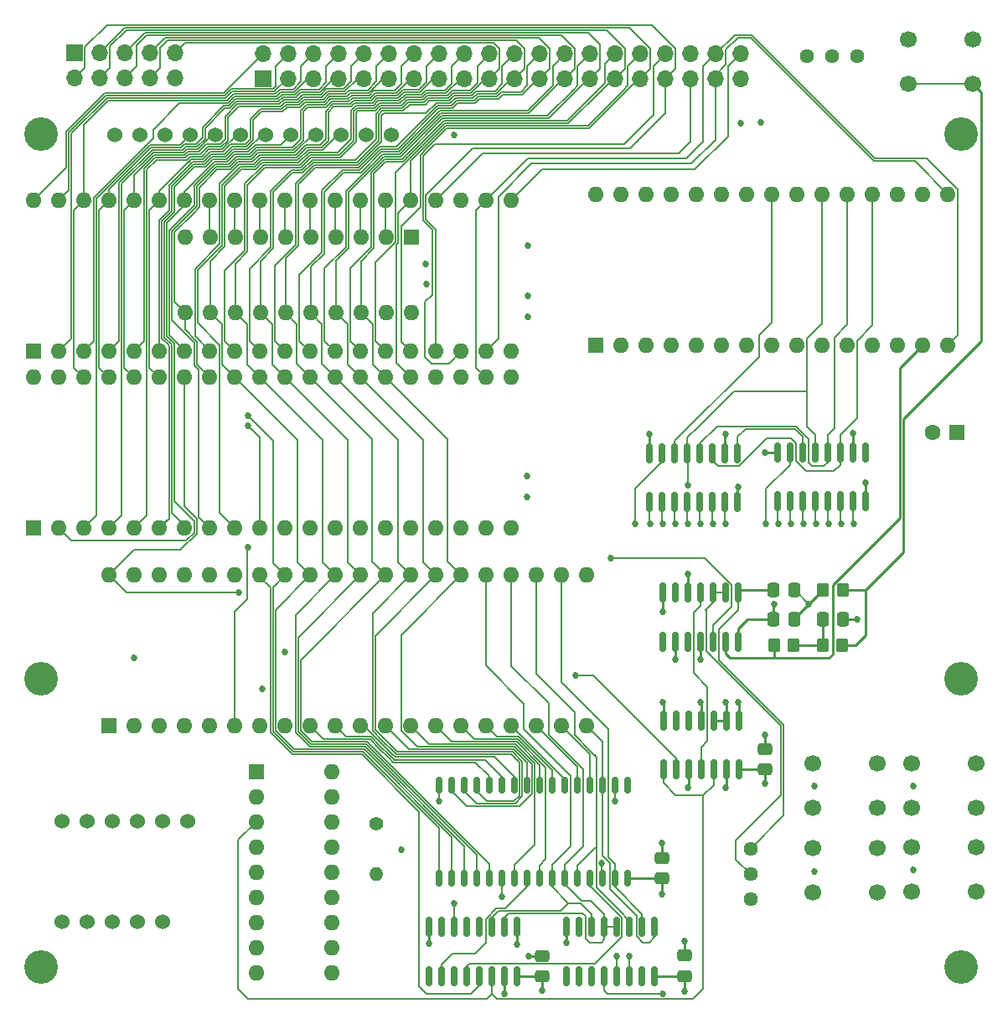
<source format=gbr>
%TF.GenerationSoftware,KiCad,Pcbnew,(5.99.0-7833-g0d57f90982)*%
%TF.CreationDate,2021-09-05T20:23:00+02:00*%
%TF.ProjectId,sbc6526,73626336-3532-4362-9e6b-696361645f70,rev?*%
%TF.SameCoordinates,Original*%
%TF.FileFunction,Copper,L1,Top*%
%TF.FilePolarity,Positive*%
%FSLAX46Y46*%
G04 Gerber Fmt 4.6, Leading zero omitted, Abs format (unit mm)*
G04 Created by KiCad (PCBNEW (5.99.0-7833-g0d57f90982)) date 2021-09-05 20:23:00*
%MOMM*%
%LPD*%
G01*
G04 APERTURE LIST*
G04 Aperture macros list*
%AMRoundRect*
0 Rectangle with rounded corners*
0 $1 Rounding radius*
0 $2 $3 $4 $5 $6 $7 $8 $9 X,Y pos of 4 corners*
0 Add a 4 corners polygon primitive as box body*
4,1,4,$2,$3,$4,$5,$6,$7,$8,$9,$2,$3,0*
0 Add four circle primitives for the rounded corners*
1,1,$1+$1,$2,$3,0*
1,1,$1+$1,$4,$5,0*
1,1,$1+$1,$6,$7,0*
1,1,$1+$1,$8,$9,0*
0 Add four rect primitives between the rounded corners*
20,1,$1+$1,$2,$3,$4,$5,0*
20,1,$1+$1,$4,$5,$6,$7,0*
20,1,$1+$1,$6,$7,$8,$9,0*
20,1,$1+$1,$8,$9,$2,$3,0*%
G04 Aperture macros list end*
%TA.AperFunction,SMDPad,CuDef*%
%ADD10RoundRect,0.250000X0.475000X-0.337500X0.475000X0.337500X-0.475000X0.337500X-0.475000X-0.337500X0*%
%TD*%
%TA.AperFunction,SMDPad,CuDef*%
%ADD11RoundRect,0.250000X-0.337500X-0.475000X0.337500X-0.475000X0.337500X0.475000X-0.337500X0.475000X0*%
%TD*%
%TA.AperFunction,SMDPad,CuDef*%
%ADD12RoundRect,0.250000X0.337500X0.475000X-0.337500X0.475000X-0.337500X-0.475000X0.337500X-0.475000X0*%
%TD*%
%TA.AperFunction,ComponentPad*%
%ADD13C,1.440000*%
%TD*%
%TA.AperFunction,SMDPad,CuDef*%
%ADD14RoundRect,0.249999X-0.350001X-0.450001X0.350001X-0.450001X0.350001X0.450001X-0.350001X0.450001X0*%
%TD*%
%TA.AperFunction,SMDPad,CuDef*%
%ADD15RoundRect,0.249999X0.350001X0.450001X-0.350001X0.450001X-0.350001X-0.450001X0.350001X-0.450001X0*%
%TD*%
%TA.AperFunction,SMDPad,CuDef*%
%ADD16RoundRect,0.150000X-0.150000X0.700000X-0.150000X-0.700000X0.150000X-0.700000X0.150000X0.700000X0*%
%TD*%
%TA.AperFunction,SMDPad,CuDef*%
%ADD17RoundRect,0.150000X0.150000X-0.825000X0.150000X0.825000X-0.150000X0.825000X-0.150000X-0.825000X0*%
%TD*%
%TA.AperFunction,SMDPad,CuDef*%
%ADD18RoundRect,0.150000X-0.150000X0.825000X-0.150000X-0.825000X0.150000X-0.825000X0.150000X0.825000X0*%
%TD*%
%TA.AperFunction,ComponentPad*%
%ADD19R,1.600000X1.600000*%
%TD*%
%TA.AperFunction,ComponentPad*%
%ADD20O,1.600000X1.600000*%
%TD*%
%TA.AperFunction,ComponentPad*%
%ADD21C,1.600000*%
%TD*%
%TA.AperFunction,ComponentPad*%
%ADD22C,1.524000*%
%TD*%
%TA.AperFunction,ComponentPad*%
%ADD23R,1.700000X1.700000*%
%TD*%
%TA.AperFunction,ComponentPad*%
%ADD24O,1.700000X1.700000*%
%TD*%
%TA.AperFunction,ComponentPad*%
%ADD25C,1.400000*%
%TD*%
%TA.AperFunction,ComponentPad*%
%ADD26O,1.400000X1.400000*%
%TD*%
%TA.AperFunction,ComponentPad*%
%ADD27C,1.700000*%
%TD*%
%TA.AperFunction,ComponentPad*%
%ADD28C,3.400000*%
%TD*%
%TA.AperFunction,ViaPad*%
%ADD29C,0.685800*%
%TD*%
%TA.AperFunction,Conductor*%
%ADD30C,0.127000*%
%TD*%
%TA.AperFunction,Conductor*%
%ADD31C,0.254000*%
%TD*%
G04 APERTURE END LIST*
D10*
%TO.P,C4,1*%
%TO.N,VCC*%
X166200000Y-137100000D03*
%TO.P,C4,2*%
%TO.N,GND*%
X166200000Y-135025000D03*
%TD*%
%TO.P,C7,1*%
%TO.N,VCC*%
X176600000Y-126100000D03*
%TO.P,C7,2*%
%TO.N,GND*%
X176600000Y-124025000D03*
%TD*%
D11*
%TO.P,C8,1*%
%TO.N,VCC*%
X177472500Y-110885000D03*
%TO.P,C8,2*%
%TO.N,GND*%
X179547500Y-110885000D03*
%TD*%
D10*
%TO.P,C9,1*%
%TO.N,VCC*%
X154100000Y-147000000D03*
%TO.P,C9,2*%
%TO.N,GND*%
X154100000Y-144925000D03*
%TD*%
D12*
%TO.P,C12,1*%
%TO.N,VCC*%
X184500000Y-110875000D03*
%TO.P,C12,2*%
%TO.N,Net-(C12-Pad2)*%
X182425000Y-110875000D03*
%TD*%
D13*
%TO.P,P2,1*%
%TO.N,GND*%
X185900000Y-54000000D03*
%TO.P,P2,2*%
%TO.N,Net-(LCD1-Pad3)*%
X183360000Y-54000000D03*
%TO.P,P2,3*%
%TO.N,VCC*%
X180820000Y-54000000D03*
%TD*%
D14*
%TO.P,R12,1*%
%TO.N,/bootstrap/RESET*%
X177500000Y-113515000D03*
%TO.P,R12,2*%
%TO.N,Net-(C12-Pad2)*%
X179500000Y-113515000D03*
%TD*%
%TO.P,R13,1*%
%TO.N,Net-(C12-Pad2)*%
X182425000Y-113525000D03*
%TO.P,R13,2*%
%TO.N,Net-(R13-Pad2)*%
X184425000Y-113525000D03*
%TD*%
D15*
%TO.P,R14,1*%
%TO.N,Net-(R13-Pad2)*%
X184450000Y-107950000D03*
%TO.P,R14,2*%
%TO.N,GND*%
X182450000Y-107950000D03*
%TD*%
D16*
%TO.P,U4,1*%
%TO.N,Net-(U4-Pad1)*%
X162695000Y-127700000D03*
%TO.P,U4,2*%
%TO.N,GND*%
X161425000Y-127700000D03*
%TO.P,U4,3*%
%TO.N,/bootstrap/A11*%
X160155000Y-127700000D03*
%TO.P,U4,4*%
%TO.N,/bootstrap/A10*%
X158885000Y-127700000D03*
%TO.P,U4,5*%
%TO.N,/bootstrap/A9*%
X157615000Y-127700000D03*
%TO.P,U4,6*%
%TO.N,/bootstrap/A8*%
X156345000Y-127700000D03*
%TO.P,U4,7*%
%TO.N,/bootstrap/A7*%
X155075000Y-127700000D03*
%TO.P,U4,8*%
%TO.N,/bootstrap/A5*%
X153805000Y-127700000D03*
%TO.P,U4,9*%
%TO.N,/bootstrap/A3*%
X152535000Y-127700000D03*
%TO.P,U4,10*%
%TO.N,/bootstrap/A2*%
X151265000Y-127700000D03*
%TO.P,U4,11*%
%TO.N,/bootstrap/A1*%
X149995000Y-127700000D03*
%TO.P,U4,12*%
%TO.N,/bootstrap/A0*%
X148725000Y-127700000D03*
%TO.P,U4,13*%
%TO.N,/bootstrap/D5*%
X147455000Y-127700000D03*
%TO.P,U4,14*%
%TO.N,/bootstrap/D6*%
X146185000Y-127700000D03*
%TO.P,U4,15*%
%TO.N,/bootstrap/D7*%
X144915000Y-127700000D03*
%TO.P,U4,16*%
%TO.N,GND*%
X143645000Y-127700000D03*
%TO.P,U4,17*%
%TO.N,/bootstrap/D0*%
X143645000Y-137100000D03*
%TO.P,U4,18*%
%TO.N,/bootstrap/D1*%
X144915000Y-137100000D03*
%TO.P,U4,19*%
%TO.N,/bootstrap/D2*%
X146185000Y-137100000D03*
%TO.P,U4,20*%
%TO.N,/bootstrap/D3*%
X147455000Y-137100000D03*
%TO.P,U4,21*%
%TO.N,/bootstrap/D4*%
X148725000Y-137100000D03*
%TO.P,U4,22*%
%TO.N,/~CE*%
X149995000Y-137100000D03*
%TO.P,U4,23*%
%TO.N,/bootstrap/A4*%
X151265000Y-137100000D03*
%TO.P,U4,24*%
%TO.N,/memory/~OE*%
X152535000Y-137100000D03*
%TO.P,U4,25*%
%TO.N,/bootstrap/A6*%
X153805000Y-137100000D03*
%TO.P,U4,26*%
%TO.N,/bootstrap/A15*%
X155075000Y-137100000D03*
%TO.P,U4,27*%
%TO.N,/bootstrap/A14*%
X156345000Y-137100000D03*
%TO.P,U4,28*%
%TO.N,/bootstrap/A13*%
X157615000Y-137100000D03*
%TO.P,U4,29*%
%TO.N,/memory/~WE*%
X158885000Y-137100000D03*
%TO.P,U4,30*%
%TO.N,/memory/RAMCE*%
X160155000Y-137100000D03*
%TO.P,U4,31*%
%TO.N,/bootstrap/A12*%
X161425000Y-137100000D03*
%TO.P,U4,32*%
%TO.N,VCC*%
X162695000Y-137100000D03*
%TD*%
D17*
%TO.P,U6,1*%
%TO.N,/bootstrap/A9*%
X177855000Y-98975000D03*
%TO.P,U6,2*%
%TO.N,/bootstrap/A10*%
X179125000Y-98975000D03*
%TO.P,U6,3*%
%TO.N,/bootstrap/A11*%
X180395000Y-98975000D03*
%TO.P,U6,4*%
%TO.N,/bootstrap/A12*%
X181665000Y-98975000D03*
%TO.P,U6,5*%
%TO.N,/bootstrap/A13*%
X182935000Y-98975000D03*
%TO.P,U6,6*%
%TO.N,/bootstrap/A14*%
X184205000Y-98975000D03*
%TO.P,U6,7*%
%TO.N,/bootstrap/A15*%
X185475000Y-98975000D03*
%TO.P,U6,8*%
%TO.N,GND*%
X186745000Y-98975000D03*
%TO.P,U6,9*%
%TO.N,Net-(U6-Pad9)*%
X186745000Y-94025000D03*
%TO.P,U6,10*%
%TO.N,VCC*%
X185475000Y-94025000D03*
%TO.P,U6,11*%
%TO.N,/bootstrap/CLOCK*%
X184205000Y-94025000D03*
%TO.P,U6,12*%
%TO.N,/bootstrap/LATCH*%
X182935000Y-94025000D03*
%TO.P,U6,13*%
%TO.N,/bootstrap/BE*%
X181665000Y-94025000D03*
%TO.P,U6,14*%
%TO.N,Net-(U5-Pad9)*%
X180395000Y-94025000D03*
%TO.P,U6,15*%
%TO.N,/bootstrap/A8*%
X179125000Y-94025000D03*
%TO.P,U6,16*%
%TO.N,VCC*%
X177855000Y-94025000D03*
%TD*%
D18*
%TO.P,U10,1*%
%TO.N,/bootstrap/A11*%
X165445000Y-142025000D03*
%TO.P,U10,2*%
%TO.N,/bootstrap/A12*%
X164175000Y-142025000D03*
%TO.P,U10,3*%
%TO.N,/bootstrap/A13*%
X162905000Y-142025000D03*
%TO.P,U10,4*%
%TO.N,/bootstrap/A14*%
X161635000Y-142025000D03*
%TO.P,U10,5*%
X160365000Y-142025000D03*
%TO.P,U10,6*%
%TO.N,/bootstrap/A15*%
X159095000Y-142025000D03*
%TO.P,U10,7*%
%TO.N,Net-(U10-Pad7)*%
X157825000Y-142025000D03*
%TO.P,U10,8*%
%TO.N,GND*%
X156555000Y-142025000D03*
%TO.P,U10,9*%
%TO.N,Net-(U10-Pad9)*%
X156555000Y-146975000D03*
%TO.P,U10,10*%
%TO.N,Net-(U10-Pad10)*%
X157825000Y-146975000D03*
%TO.P,U10,11*%
%TO.N,Net-(U10-Pad11)*%
X159095000Y-146975000D03*
%TO.P,U10,12*%
%TO.N,/memory/~CIAEXT*%
X160365000Y-146975000D03*
%TO.P,U10,13*%
%TO.N,/memory/~VIA*%
X161635000Y-146975000D03*
%TO.P,U10,14*%
%TO.N,/memory/~CIA*%
X162905000Y-146975000D03*
%TO.P,U10,15*%
%TO.N,Net-(U10-Pad15)*%
X164175000Y-146975000D03*
%TO.P,U10,16*%
%TO.N,VCC*%
X165445000Y-146975000D03*
%TD*%
D19*
%TO.P,NANO1,1*%
%TO.N,Net-(NANO1-Pad1)*%
X159500000Y-83200000D03*
D20*
%TO.P,NANO1,2*%
%TO.N,Net-(NANO1-Pad2)*%
X162040000Y-83200000D03*
%TO.P,NANO1,3*%
%TO.N,Net-(NANO1-Pad3)*%
X164580000Y-83200000D03*
%TO.P,NANO1,4*%
%TO.N,GND*%
X167120000Y-83200000D03*
%TO.P,NANO1,5*%
%TO.N,/bootstrap/D7*%
X169660000Y-83200000D03*
%TO.P,NANO1,6*%
%TO.N,/bootstrap/D6*%
X172200000Y-83200000D03*
%TO.P,NANO1,7*%
%TO.N,/bootstrap/D5*%
X174740000Y-83200000D03*
%TO.P,NANO1,8*%
%TO.N,/bootstrap/D4*%
X177280000Y-83200000D03*
%TO.P,NANO1,9*%
%TO.N,/bootstrap/D3*%
X179820000Y-83200000D03*
%TO.P,NANO1,10*%
%TO.N,/bootstrap/D2*%
X182360000Y-83200000D03*
%TO.P,NANO1,11*%
%TO.N,/bootstrap/D1*%
X184900000Y-83200000D03*
%TO.P,NANO1,12*%
%TO.N,/bootstrap/D0*%
X187440000Y-83200000D03*
%TO.P,NANO1,13*%
%TO.N,/~CE*%
X189980000Y-83200000D03*
%TO.P,NANO1,14*%
%TO.N,/bootstrap/RESET*%
X192520000Y-83200000D03*
%TO.P,NANO1,15*%
%TO.N,/R~W*%
X195060000Y-83200000D03*
%TO.P,NANO1,16*%
%TO.N,/TOD*%
X195060000Y-67960000D03*
%TO.P,NANO1,17*%
%TO.N,Net-(NANO1-Pad17)*%
X192520000Y-67960000D03*
%TO.P,NANO1,18*%
%TO.N,Net-(NANO1-Pad18)*%
X189980000Y-67960000D03*
%TO.P,NANO1,19*%
%TO.N,/bootstrap/CLOCK*%
X187440000Y-67960000D03*
%TO.P,NANO1,20*%
%TO.N,/bootstrap/LATCH*%
X184900000Y-67960000D03*
%TO.P,NANO1,21*%
%TO.N,/bootstrap/BE*%
X182360000Y-67960000D03*
%TO.P,NANO1,22*%
%TO.N,Net-(NANO1-Pad22)*%
X179820000Y-67960000D03*
%TO.P,NANO1,23*%
%TO.N,/bootstrap/DS*%
X177280000Y-67960000D03*
%TO.P,NANO1,24*%
%TO.N,Net-(NANO1-Pad24)*%
X174740000Y-67960000D03*
%TO.P,NANO1,25*%
%TO.N,Net-(NANO1-Pad25)*%
X172200000Y-67960000D03*
%TO.P,NANO1,26*%
%TO.N,/TODENABLE*%
X169660000Y-67960000D03*
%TO.P,NANO1,27*%
%TO.N,VCC*%
X167120000Y-67960000D03*
%TO.P,NANO1,28*%
%TO.N,Net-(NANO1-Pad28)*%
X164580000Y-67960000D03*
%TO.P,NANO1,29*%
%TO.N,GND*%
X162040000Y-67960000D03*
%TO.P,NANO1,30*%
%TO.N,Net-(NANO1-Pad30)*%
X159500000Y-67960000D03*
%TD*%
D19*
%TO.P,U11,1*%
%TO.N,/R~W*%
X140843000Y-72300000D03*
D20*
%TO.P,U11,2*%
%TO.N,/peripherals/DB7*%
X138303000Y-72300000D03*
%TO.P,U11,3*%
%TO.N,/peripherals/DB6*%
X135763000Y-72300000D03*
%TO.P,U11,4*%
%TO.N,/peripherals/DB5*%
X133223000Y-72300000D03*
%TO.P,U11,5*%
%TO.N,/peripherals/DB4*%
X130683000Y-72300000D03*
%TO.P,U11,6*%
%TO.N,/peripherals/DB3*%
X128143000Y-72300000D03*
%TO.P,U11,7*%
%TO.N,/peripherals/DB2*%
X125603000Y-72300000D03*
%TO.P,U11,8*%
%TO.N,/peripherals/DB1*%
X123063000Y-72300000D03*
%TO.P,U11,9*%
%TO.N,/peripherals/DB0*%
X120523000Y-72300000D03*
%TO.P,U11,10*%
%TO.N,GND*%
X117983000Y-72300000D03*
%TO.P,U11,11*%
%TO.N,/bootstrap/D0*%
X117983000Y-79920000D03*
%TO.P,U11,12*%
%TO.N,/bootstrap/D1*%
X120523000Y-79920000D03*
%TO.P,U11,13*%
%TO.N,/bootstrap/D2*%
X123063000Y-79920000D03*
%TO.P,U11,14*%
%TO.N,/bootstrap/D3*%
X125603000Y-79920000D03*
%TO.P,U11,15*%
%TO.N,/bootstrap/D4*%
X128143000Y-79920000D03*
%TO.P,U11,16*%
%TO.N,/bootstrap/D5*%
X130683000Y-79920000D03*
%TO.P,U11,17*%
%TO.N,/bootstrap/D6*%
X133223000Y-79920000D03*
%TO.P,U11,18*%
%TO.N,/bootstrap/D7*%
X135763000Y-79920000D03*
%TO.P,U11,19*%
%TO.N,/memory/~CIA*%
X138303000Y-79920000D03*
%TO.P,U11,20*%
%TO.N,VCC*%
X140843000Y-79920000D03*
%TD*%
D18*
%TO.P,U9,1*%
%TO.N,GND*%
X151545000Y-142025000D03*
%TO.P,U9,2*%
%TO.N,/bootstrap/A14*%
X150275000Y-142025000D03*
%TO.P,U9,3*%
%TO.N,/bootstrap/A15*%
X149005000Y-142025000D03*
%TO.P,U9,4*%
%TO.N,Net-(U9-Pad4)*%
X147735000Y-142025000D03*
%TO.P,U9,5*%
%TO.N,Net-(U9-Pad5)*%
X146465000Y-142025000D03*
%TO.P,U9,6*%
%TO.N,/memory/RAMCE*%
X145195000Y-142025000D03*
%TO.P,U9,7*%
%TO.N,Net-(U9-Pad7)*%
X143925000Y-142025000D03*
%TO.P,U9,8*%
%TO.N,GND*%
X142655000Y-142025000D03*
%TO.P,U9,9*%
%TO.N,Net-(U9-Pad9)*%
X142655000Y-146975000D03*
%TO.P,U9,10*%
%TO.N,/memory/~OE*%
X143925000Y-146975000D03*
%TO.P,U9,11*%
%TO.N,Net-(U9-Pad11)*%
X145195000Y-146975000D03*
%TO.P,U9,12*%
%TO.N,/memory/~WE*%
X146465000Y-146975000D03*
%TO.P,U9,13*%
%TO.N,/R~W*%
X147735000Y-146975000D03*
%TO.P,U9,14*%
%TO.N,/clock/~PHI2*%
X149005000Y-146975000D03*
%TO.P,U9,15*%
%TO.N,GND*%
X150275000Y-146975000D03*
%TO.P,U9,16*%
%TO.N,VCC*%
X151545000Y-146975000D03*
%TD*%
%TO.P,U7,1*%
%TO.N,VCC*%
X173950000Y-121145000D03*
%TO.P,U7,2*%
%TO.N,GND*%
X172680000Y-121145000D03*
%TO.P,U7,3*%
X171410000Y-121145000D03*
%TO.P,U7,4*%
%TO.N,VCC*%
X170140000Y-121145000D03*
%TO.P,U7,5*%
%TO.N,Net-(U7-Pad5)*%
X168870000Y-121145000D03*
%TO.P,U7,6*%
%TO.N,Net-(U7-Pad6)*%
X167600000Y-121145000D03*
%TO.P,U7,7*%
%TO.N,GND*%
X166330000Y-121145000D03*
%TO.P,U7,8*%
%TO.N,/clock/~PHI2*%
X166330000Y-126095000D03*
%TO.P,U7,9*%
%TO.N,/PHI2*%
X167600000Y-126095000D03*
%TO.P,U7,10*%
%TO.N,VCC*%
X168870000Y-126095000D03*
%TO.P,U7,11*%
%TO.N,Net-(U7-Pad11)*%
X170140000Y-126095000D03*
%TO.P,U7,12*%
%TO.N,/clock/~PHI2*%
X171410000Y-126095000D03*
%TO.P,U7,13*%
%TO.N,VCC*%
X172680000Y-126095000D03*
%TO.P,U7,14*%
X173950000Y-126095000D03*
%TD*%
%TO.P,U8,1*%
%TO.N,Net-(C13-Pad1)*%
X173850000Y-108235000D03*
%TO.P,U8,2*%
%TO.N,Net-(P1-Pad2)*%
X172580000Y-108235000D03*
%TO.P,U8,3*%
X171310000Y-108235000D03*
%TO.P,U8,4*%
%TO.N,Net-(U7-Pad11)*%
X170040000Y-108235000D03*
%TO.P,U8,5*%
%TO.N,GND*%
X168770000Y-108235000D03*
%TO.P,U8,6*%
%TO.N,Net-(U8-Pad6)*%
X167500000Y-108235000D03*
%TO.P,U8,7*%
%TO.N,GND*%
X166230000Y-108235000D03*
%TO.P,U8,8*%
%TO.N,Net-(U8-Pad8)*%
X166230000Y-113185000D03*
%TO.P,U8,9*%
%TO.N,GND*%
X167500000Y-113185000D03*
%TO.P,U8,10*%
%TO.N,Net-(U8-Pad10)*%
X168770000Y-113185000D03*
%TO.P,U8,11*%
%TO.N,GND*%
X170040000Y-113185000D03*
%TO.P,U8,12*%
%TO.N,/~RES*%
X171310000Y-113185000D03*
%TO.P,U8,13*%
%TO.N,/bootstrap/RESET*%
X172580000Y-113185000D03*
%TO.P,U8,14*%
%TO.N,VCC*%
X173850000Y-113185000D03*
%TD*%
D13*
%TO.P,P1,1*%
%TO.N,Net-(C13-Pad1)*%
X175133000Y-134112000D03*
%TO.P,P1,2*%
%TO.N,Net-(P1-Pad2)*%
X175133000Y-136652000D03*
%TO.P,P1,3*%
%TO.N,Net-(P1-Pad3)*%
X175133000Y-139192000D03*
%TD*%
D19*
%TO.P,C14,1*%
%TO.N,VCC*%
X196000000Y-92000000D03*
D21*
%TO.P,C14,2*%
%TO.N,GND*%
X193500000Y-92000000D03*
%TD*%
D19*
%TO.P,U3,1*%
%TO.N,Net-(U3-Pad1)*%
X110325000Y-121690000D03*
D20*
%TO.P,U3,2*%
%TO.N,Net-(R11-Pad1)*%
X112865000Y-121690000D03*
%TO.P,U3,3*%
%TO.N,Net-(U3-Pad3)*%
X115405000Y-121690000D03*
%TO.P,U3,4*%
%TO.N,/~IRQ*%
X117945000Y-121690000D03*
%TO.P,U3,5*%
%TO.N,Net-(U3-Pad5)*%
X120485000Y-121690000D03*
%TO.P,U3,6*%
%TO.N,/~VIAIRQ*%
X123025000Y-121690000D03*
%TO.P,U3,7*%
%TO.N,Net-(U3-Pad7)*%
X125565000Y-121690000D03*
%TO.P,U3,8*%
%TO.N,VCC*%
X128105000Y-121690000D03*
%TO.P,U3,9*%
%TO.N,/bootstrap/A0*%
X130645000Y-121690000D03*
%TO.P,U3,10*%
%TO.N,/bootstrap/A1*%
X133185000Y-121690000D03*
%TO.P,U3,11*%
%TO.N,/bootstrap/A2*%
X135725000Y-121690000D03*
%TO.P,U3,12*%
%TO.N,/bootstrap/A3*%
X138265000Y-121690000D03*
%TO.P,U3,13*%
%TO.N,/bootstrap/A4*%
X140805000Y-121690000D03*
%TO.P,U3,14*%
%TO.N,/bootstrap/A5*%
X143345000Y-121690000D03*
%TO.P,U3,15*%
%TO.N,/bootstrap/A6*%
X145885000Y-121690000D03*
%TO.P,U3,16*%
%TO.N,/bootstrap/A7*%
X148425000Y-121690000D03*
%TO.P,U3,17*%
%TO.N,/bootstrap/A8*%
X150965000Y-121690000D03*
%TO.P,U3,18*%
%TO.N,/bootstrap/A9*%
X153505000Y-121690000D03*
%TO.P,U3,19*%
%TO.N,/bootstrap/A10*%
X156045000Y-121690000D03*
%TO.P,U3,20*%
%TO.N,/bootstrap/A11*%
X158585000Y-121690000D03*
%TO.P,U3,21*%
%TO.N,GND*%
X158585000Y-106450000D03*
%TO.P,U3,22*%
%TO.N,/bootstrap/A12*%
X156045000Y-106450000D03*
%TO.P,U3,23*%
%TO.N,/bootstrap/A13*%
X153505000Y-106450000D03*
%TO.P,U3,24*%
%TO.N,/bootstrap/A14*%
X150965000Y-106450000D03*
%TO.P,U3,25*%
%TO.N,/bootstrap/A15*%
X148425000Y-106450000D03*
%TO.P,U3,26*%
%TO.N,/bootstrap/D7*%
X145885000Y-106450000D03*
%TO.P,U3,27*%
%TO.N,/bootstrap/D6*%
X143345000Y-106450000D03*
%TO.P,U3,28*%
%TO.N,/bootstrap/D5*%
X140805000Y-106450000D03*
%TO.P,U3,29*%
%TO.N,/bootstrap/D4*%
X138265000Y-106450000D03*
%TO.P,U3,30*%
%TO.N,/bootstrap/D3*%
X135725000Y-106450000D03*
%TO.P,U3,31*%
%TO.N,/bootstrap/D2*%
X133185000Y-106450000D03*
%TO.P,U3,32*%
%TO.N,/bootstrap/D1*%
X130645000Y-106450000D03*
%TO.P,U3,33*%
%TO.N,/bootstrap/D0*%
X128105000Y-106450000D03*
%TO.P,U3,34*%
%TO.N,/R~W*%
X125565000Y-106450000D03*
%TO.P,U3,35*%
%TO.N,Net-(U3-Pad35)*%
X123025000Y-106450000D03*
%TO.P,U3,36*%
%TO.N,/bootstrap/BE*%
X120485000Y-106450000D03*
%TO.P,U3,37*%
%TO.N,/PHI2*%
X117945000Y-106450000D03*
%TO.P,U3,38*%
%TO.N,VCC*%
X115405000Y-106450000D03*
%TO.P,U3,39*%
%TO.N,Net-(U3-Pad39)*%
X112865000Y-106450000D03*
%TO.P,U3,40*%
%TO.N,/~RES*%
X110325000Y-106450000D03*
%TD*%
D22*
%TO.P,LED1,1*%
%TO.N,/clockmeter/E*%
X105570000Y-141440000D03*
%TO.P,LED1,2*%
%TO.N,/clockmeter/D*%
X108110000Y-141440000D03*
%TO.P,LED1,3*%
%TO.N,/clockmeter/DP*%
X110650000Y-141440000D03*
%TO.P,LED1,4*%
%TO.N,/clockmeter/C*%
X113190000Y-141440000D03*
%TO.P,LED1,5*%
%TO.N,/clockmeter/G*%
X115730000Y-141440000D03*
%TO.P,LED1,7*%
%TO.N,/clockmeter/B*%
X105570000Y-131280000D03*
%TO.P,LED1,8*%
%TO.N,/clockmeter/C3*%
X108110000Y-131280000D03*
%TO.P,LED1,9*%
%TO.N,/clockmeter/C2*%
X110650000Y-131280000D03*
%TO.P,LED1,10*%
%TO.N,/clockmeter/F*%
X113190000Y-131280000D03*
%TO.P,LED1,11*%
%TO.N,/clockmeter/A*%
X115730000Y-131280000D03*
%TO.P,LED1,12*%
%TO.N,/clockmeter/C1*%
X118270000Y-131280000D03*
%TD*%
D23*
%TO.P,J1,1*%
%TO.N,VCC*%
X106800000Y-53700000D03*
D24*
%TO.P,J1,2*%
%TO.N,/io/PB7*%
X106800000Y-56240000D03*
%TO.P,J1,3*%
%TO.N,/io/PB6*%
X109340000Y-53700000D03*
%TO.P,J1,4*%
%TO.N,/io/PB5*%
X109340000Y-56240000D03*
%TO.P,J1,5*%
%TO.N,/io/PB4*%
X111880000Y-53700000D03*
%TO.P,J1,6*%
%TO.N,/io/PB3*%
X111880000Y-56240000D03*
%TO.P,J1,7*%
%TO.N,/io/PB2*%
X114420000Y-53700000D03*
%TO.P,J1,8*%
%TO.N,/io/PB1*%
X114420000Y-56240000D03*
%TO.P,J1,9*%
%TO.N,/io/PB0*%
X116960000Y-53700000D03*
%TO.P,J1,10*%
%TO.N,GND*%
X116960000Y-56240000D03*
%TD*%
D10*
%TO.P,C10,1*%
%TO.N,VCC*%
X168500000Y-146975000D03*
%TO.P,C10,2*%
%TO.N,GND*%
X168500000Y-144900000D03*
%TD*%
D25*
%TO.P,Y1,1*%
%TO.N,Net-(C5-Pad1)*%
X137300000Y-131600000D03*
D26*
%TO.P,Y1,2*%
%TO.N,Net-(C6-Pad1)*%
X137300000Y-136680000D03*
%TD*%
D19*
%TO.P,PIC1,1*%
%TO.N,/clockmeter/C2*%
X125200000Y-126300000D03*
D20*
%TO.P,PIC1,2*%
%TO.N,/clockmeter/C1*%
X125200000Y-128840000D03*
%TO.P,PIC1,3*%
%TO.N,/clock/~PHI2*%
X125200000Y-131380000D03*
%TO.P,PIC1,4*%
%TO.N,Net-(PIC1-Pad4)*%
X125200000Y-133920000D03*
%TO.P,PIC1,5*%
%TO.N,GND*%
X125200000Y-136460000D03*
%TO.P,PIC1,6*%
%TO.N,Net-(PIC1-Pad6)*%
X125200000Y-139000000D03*
%TO.P,PIC1,7*%
%TO.N,Net-(PIC1-Pad7)*%
X125200000Y-141540000D03*
%TO.P,PIC1,8*%
%TO.N,Net-(PIC1-Pad8)*%
X125200000Y-144080000D03*
%TO.P,PIC1,9*%
%TO.N,Net-(PIC1-Pad9)*%
X125200000Y-146620000D03*
%TO.P,PIC1,10*%
%TO.N,Net-(PIC1-Pad10)*%
X132820000Y-146620000D03*
%TO.P,PIC1,11*%
%TO.N,Net-(PIC1-Pad11)*%
X132820000Y-144080000D03*
%TO.P,PIC1,12*%
%TO.N,Net-(PIC1-Pad12)*%
X132820000Y-141540000D03*
%TO.P,PIC1,13*%
%TO.N,Net-(PIC1-Pad13)*%
X132820000Y-139000000D03*
%TO.P,PIC1,14*%
%TO.N,VCC*%
X132820000Y-136460000D03*
%TO.P,PIC1,15*%
%TO.N,Net-(C6-Pad1)*%
X132820000Y-133920000D03*
%TO.P,PIC1,16*%
%TO.N,Net-(C5-Pad1)*%
X132820000Y-131380000D03*
%TO.P,PIC1,17*%
%TO.N,/clockmeter/C3*%
X132820000Y-128840000D03*
%TO.P,PIC1,18*%
%TO.N,Net-(PIC1-Pad18)*%
X132820000Y-126300000D03*
%TD*%
D11*
%TO.P,C13,1*%
%TO.N,Net-(C13-Pad1)*%
X177462500Y-107950000D03*
%TO.P,C13,2*%
%TO.N,GND*%
X179537500Y-107950000D03*
%TD*%
D23*
%TO.P,EXT6526,1*%
%TO.N,GND*%
X125900000Y-56300000D03*
D24*
%TO.P,EXT6526,2*%
%TO.N,/peripherals/SERCLK*%
X125900000Y-53760000D03*
%TO.P,EXT6526,3*%
%TO.N,/peripherals/PA0*%
X128440000Y-56300000D03*
%TO.P,EXT6526,4*%
%TO.N,/peripherals/SERDAT*%
X128440000Y-53760000D03*
%TO.P,EXT6526,5*%
%TO.N,/peripherals/PA1*%
X130980000Y-56300000D03*
%TO.P,EXT6526,6*%
%TO.N,/bootstrap/A0*%
X130980000Y-53760000D03*
%TO.P,EXT6526,7*%
%TO.N,/peripherals/PA2*%
X133520000Y-56300000D03*
%TO.P,EXT6526,8*%
%TO.N,/bootstrap/A1*%
X133520000Y-53760000D03*
%TO.P,EXT6526,9*%
%TO.N,/peripherals/PA3*%
X136060000Y-56300000D03*
%TO.P,EXT6526,10*%
%TO.N,/bootstrap/A2*%
X136060000Y-53760000D03*
%TO.P,EXT6526,11*%
%TO.N,/peripherals/PA4*%
X138600000Y-56300000D03*
%TO.P,EXT6526,12*%
%TO.N,/bootstrap/A3*%
X138600000Y-53760000D03*
%TO.P,EXT6526,13*%
%TO.N,/peripherals/PA5*%
X141140000Y-56300000D03*
%TO.P,EXT6526,14*%
%TO.N,/peripherals/~CIARES*%
X141140000Y-53760000D03*
%TO.P,EXT6526,15*%
%TO.N,/peripherals/PA6*%
X143680000Y-56300000D03*
%TO.P,EXT6526,16*%
%TO.N,/bootstrap/D0*%
X143680000Y-53760000D03*
%TO.P,EXT6526,17*%
%TO.N,/peripherals/PA7*%
X146220000Y-56300000D03*
%TO.P,EXT6526,18*%
%TO.N,/bootstrap/D1*%
X146220000Y-53760000D03*
%TO.P,EXT6526,19*%
%TO.N,/io/PB0*%
X148760000Y-56300000D03*
%TO.P,EXT6526,20*%
%TO.N,/bootstrap/D2*%
X148760000Y-53760000D03*
%TO.P,EXT6526,21*%
%TO.N,/io/PB1*%
X151300000Y-56300000D03*
%TO.P,EXT6526,22*%
%TO.N,/bootstrap/D3*%
X151300000Y-53760000D03*
%TO.P,EXT6526,23*%
%TO.N,/io/PB2*%
X153840000Y-56300000D03*
%TO.P,EXT6526,24*%
%TO.N,/bootstrap/D4*%
X153840000Y-53760000D03*
%TO.P,EXT6526,25*%
%TO.N,/io/PB3*%
X156380000Y-56300000D03*
%TO.P,EXT6526,26*%
%TO.N,/bootstrap/D5*%
X156380000Y-53760000D03*
%TO.P,EXT6526,27*%
%TO.N,/io/PB4*%
X158920000Y-56300000D03*
%TO.P,EXT6526,28*%
%TO.N,/bootstrap/D6*%
X158920000Y-53760000D03*
%TO.P,EXT6526,29*%
%TO.N,/io/PB5*%
X161460000Y-56300000D03*
%TO.P,EXT6526,30*%
%TO.N,/bootstrap/D7*%
X161460000Y-53760000D03*
%TO.P,EXT6526,31*%
%TO.N,/io/PB6*%
X164000000Y-56300000D03*
%TO.P,EXT6526,32*%
%TO.N,/PHI2*%
X164000000Y-53760000D03*
%TO.P,EXT6526,33*%
%TO.N,/io/PB7*%
X166540000Y-56300000D03*
%TO.P,EXT6526,34*%
%TO.N,/peripherals/~EXTPC*%
X166540000Y-53760000D03*
%TO.P,EXT6526,35*%
%TO.N,/peripherals/~EXTFLAG*%
X169080000Y-56300000D03*
%TO.P,EXT6526,36*%
%TO.N,/memory/~CIAEXT*%
X169080000Y-53760000D03*
%TO.P,EXT6526,37*%
%TO.N,/TOD*%
X171620000Y-56300000D03*
%TO.P,EXT6526,38*%
%TO.N,/R~W*%
X171620000Y-53760000D03*
%TO.P,EXT6526,39*%
%TO.N,VCC*%
X174160000Y-56300000D03*
%TO.P,EXT6526,40*%
%TO.N,/~IRQ*%
X174160000Y-53760000D03*
%TD*%
D19*
%TO.P,U2,1*%
%TO.N,GND*%
X102700000Y-101700000D03*
D20*
%TO.P,U2,2*%
%TO.N,/peripherals/~CIARES*%
X105240000Y-101700000D03*
%TO.P,U2,3*%
%TO.N,/peripherals/LCD_RS*%
X107780000Y-101700000D03*
%TO.P,U2,4*%
%TO.N,/peripherals/LCD_RW*%
X110320000Y-101700000D03*
%TO.P,U2,5*%
%TO.N,/peripherals/LCD_E*%
X112860000Y-101700000D03*
%TO.P,U2,6*%
%TO.N,/peripherals/LCD_D4*%
X115400000Y-101700000D03*
%TO.P,U2,7*%
%TO.N,/peripherals/LCD_D5*%
X117940000Y-101700000D03*
%TO.P,U2,8*%
%TO.N,/peripherals/LCD_D6*%
X120480000Y-101700000D03*
%TO.P,U2,9*%
%TO.N,/peripherals/LCD_D7*%
X123020000Y-101700000D03*
%TO.P,U2,10*%
%TO.N,/TODENABLE*%
X125560000Y-101700000D03*
%TO.P,U2,11*%
%TO.N,/TOD*%
X128100000Y-101700000D03*
%TO.P,U2,12*%
%TO.N,Net-(U2-Pad12)*%
X130640000Y-101700000D03*
%TO.P,U2,13*%
%TO.N,Net-(U2-Pad13)*%
X133180000Y-101700000D03*
%TO.P,U2,14*%
%TO.N,/io/VPB4*%
X135720000Y-101700000D03*
%TO.P,U2,15*%
%TO.N,/io/VPB5*%
X138260000Y-101700000D03*
%TO.P,U2,16*%
%TO.N,/io/VPB6*%
X140800000Y-101700000D03*
%TO.P,U2,17*%
%TO.N,/io/VPB7*%
X143340000Y-101700000D03*
%TO.P,U2,18*%
%TO.N,Net-(U2-Pad18)*%
X145880000Y-101700000D03*
%TO.P,U2,19*%
%TO.N,Net-(U2-Pad19)*%
X148420000Y-101700000D03*
%TO.P,U2,20*%
%TO.N,VCC*%
X150960000Y-101700000D03*
%TO.P,U2,21*%
%TO.N,/~VIAIRQ*%
X150960000Y-86460000D03*
%TO.P,U2,22*%
%TO.N,/R~W*%
X148420000Y-86460000D03*
%TO.P,U2,23*%
%TO.N,/memory/~VIA*%
X145880000Y-86460000D03*
%TO.P,U2,24*%
%TO.N,VCC*%
X143340000Y-86460000D03*
%TO.P,U2,25*%
%TO.N,/PHI2*%
X140800000Y-86460000D03*
%TO.P,U2,26*%
%TO.N,/bootstrap/D7*%
X138260000Y-86460000D03*
%TO.P,U2,27*%
%TO.N,/bootstrap/D6*%
X135720000Y-86460000D03*
%TO.P,U2,28*%
%TO.N,/bootstrap/D5*%
X133180000Y-86460000D03*
%TO.P,U2,29*%
%TO.N,/bootstrap/D4*%
X130640000Y-86460000D03*
%TO.P,U2,30*%
%TO.N,/bootstrap/D3*%
X128100000Y-86460000D03*
%TO.P,U2,31*%
%TO.N,/bootstrap/D2*%
X125560000Y-86460000D03*
%TO.P,U2,32*%
%TO.N,/bootstrap/D1*%
X123020000Y-86460000D03*
%TO.P,U2,33*%
%TO.N,/bootstrap/D0*%
X120480000Y-86460000D03*
%TO.P,U2,34*%
%TO.N,/~RES*%
X117940000Y-86460000D03*
%TO.P,U2,35*%
%TO.N,/bootstrap/A3*%
X115400000Y-86460000D03*
%TO.P,U2,36*%
%TO.N,/bootstrap/A2*%
X112860000Y-86460000D03*
%TO.P,U2,37*%
%TO.N,/bootstrap/A1*%
X110320000Y-86460000D03*
%TO.P,U2,38*%
%TO.N,/bootstrap/A0*%
X107780000Y-86460000D03*
%TO.P,U2,39*%
%TO.N,Net-(U2-Pad39)*%
X105240000Y-86460000D03*
%TO.P,U2,40*%
%TO.N,Net-(U2-Pad40)*%
X102700000Y-86460000D03*
%TD*%
D27*
%TO.P,SW1,1*%
%TO.N,GND*%
X181420000Y-125490000D03*
%TO.P,SW1,2*%
X187920000Y-125490000D03*
%TO.P,SW1,3*%
%TO.N,/io/VPB7*%
X181420000Y-129990000D03*
%TO.P,SW1,4*%
X187920000Y-129990000D03*
%TD*%
%TO.P,SW2,1*%
%TO.N,GND*%
X181440000Y-134050000D03*
%TO.P,SW2,2*%
X187940000Y-134050000D03*
%TO.P,SW2,3*%
%TO.N,/io/VPB6*%
X181440000Y-138550000D03*
%TO.P,SW2,4*%
X187940000Y-138550000D03*
%TD*%
%TO.P,SW3,1*%
%TO.N,GND*%
X191400000Y-133970000D03*
%TO.P,SW3,2*%
X197900000Y-133970000D03*
%TO.P,SW3,3*%
%TO.N,/io/VPB5*%
X191400000Y-138470000D03*
%TO.P,SW3,4*%
X197900000Y-138470000D03*
%TD*%
%TO.P,SW4,1*%
%TO.N,GND*%
X191420000Y-125450000D03*
%TO.P,SW4,2*%
X197920000Y-125450000D03*
%TO.P,SW4,3*%
%TO.N,/io/VPB4*%
X191420000Y-129950000D03*
%TO.P,SW4,4*%
X197920000Y-129950000D03*
%TD*%
%TO.P,SW5,1*%
%TO.N,Net-(R13-Pad2)*%
X197600000Y-56800000D03*
%TO.P,SW5,2*%
X191100000Y-56800000D03*
%TO.P,SW5,3*%
%TO.N,VCC*%
X197600000Y-52300000D03*
%TO.P,SW5,4*%
X191100000Y-52300000D03*
%TD*%
D28*
%TO.P,LCD1,*%
%TO.N,GND*%
X103425000Y-116925000D03*
X196425000Y-116925000D03*
X196425000Y-61925000D03*
X103425000Y-61925000D03*
D22*
%TO.P,LCD1,1*%
X110935000Y-61965000D03*
%TO.P,LCD1,2*%
%TO.N,VCC*%
X113475000Y-61965000D03*
%TO.P,LCD1,3*%
%TO.N,Net-(LCD1-Pad3)*%
X116015000Y-61965000D03*
%TO.P,LCD1,4*%
%TO.N,/peripherals/LCD_RS*%
X118555000Y-61965000D03*
%TO.P,LCD1,5*%
%TO.N,/peripherals/LCD_RW*%
X121095000Y-61965000D03*
%TO.P,LCD1,6*%
%TO.N,/peripherals/LCD_E*%
X123635000Y-61965000D03*
%TO.P,LCD1,11*%
%TO.N,/peripherals/LCD_D4*%
X126175000Y-61965000D03*
%TO.P,LCD1,12*%
%TO.N,/peripherals/LCD_D5*%
X128715000Y-61965000D03*
%TO.P,LCD1,13*%
%TO.N,/peripherals/LCD_D6*%
X131255000Y-61965000D03*
%TO.P,LCD1,14*%
%TO.N,/peripherals/LCD_D7*%
X133795000Y-61965000D03*
%TO.P,LCD1,15*%
%TO.N,Net-(LCD1-Pad15)*%
X136335000Y-61965000D03*
%TO.P,LCD1,16*%
%TO.N,GND*%
X138875000Y-61965000D03*
%TD*%
D19*
%TO.P,U1,1*%
%TO.N,GND*%
X102700000Y-83850000D03*
D20*
%TO.P,U1,2*%
%TO.N,/peripherals/PA0*%
X105240000Y-83850000D03*
%TO.P,U1,3*%
%TO.N,/peripherals/PA1*%
X107780000Y-83850000D03*
%TO.P,U1,4*%
%TO.N,/peripherals/PA2*%
X110320000Y-83850000D03*
%TO.P,U1,5*%
%TO.N,/peripherals/PA3*%
X112860000Y-83850000D03*
%TO.P,U1,6*%
%TO.N,/peripherals/PA4*%
X115400000Y-83850000D03*
%TO.P,U1,7*%
%TO.N,/peripherals/PA5*%
X117940000Y-83850000D03*
%TO.P,U1,8*%
%TO.N,/peripherals/PA6*%
X120480000Y-83850000D03*
%TO.P,U1,9*%
%TO.N,/peripherals/PA7*%
X123020000Y-83850000D03*
%TO.P,U1,10*%
%TO.N,/io/PB0*%
X125560000Y-83850000D03*
%TO.P,U1,11*%
%TO.N,/io/PB1*%
X128100000Y-83850000D03*
%TO.P,U1,12*%
%TO.N,/io/PB2*%
X130640000Y-83850000D03*
%TO.P,U1,13*%
%TO.N,/io/PB3*%
X133180000Y-83850000D03*
%TO.P,U1,14*%
%TO.N,/io/PB4*%
X135720000Y-83850000D03*
%TO.P,U1,15*%
%TO.N,/io/PB5*%
X138260000Y-83850000D03*
%TO.P,U1,16*%
%TO.N,/io/PB6*%
X140800000Y-83850000D03*
%TO.P,U1,17*%
%TO.N,/io/PB7*%
X143340000Y-83850000D03*
%TO.P,U1,18*%
%TO.N,/peripherals/~EXTPC*%
X145880000Y-83850000D03*
%TO.P,U1,19*%
%TO.N,/TOD*%
X148420000Y-83850000D03*
%TO.P,U1,20*%
%TO.N,VCC*%
X150960000Y-83850000D03*
%TO.P,U1,21*%
%TO.N,/~IRQ*%
X150960000Y-68610000D03*
%TO.P,U1,22*%
%TO.N,/R~W*%
X148420000Y-68610000D03*
%TO.P,U1,23*%
%TO.N,/memory/~CIA*%
X145880000Y-68610000D03*
%TO.P,U1,24*%
%TO.N,/peripherals/~EXTFLAG*%
X143340000Y-68610000D03*
%TO.P,U1,25*%
%TO.N,/PHI2*%
X140800000Y-68610000D03*
%TO.P,U1,26*%
%TO.N,/peripherals/DB7*%
X138260000Y-68610000D03*
%TO.P,U1,27*%
%TO.N,/peripherals/DB6*%
X135720000Y-68610000D03*
%TO.P,U1,28*%
%TO.N,/peripherals/DB5*%
X133180000Y-68610000D03*
%TO.P,U1,29*%
%TO.N,/peripherals/DB4*%
X130640000Y-68610000D03*
%TO.P,U1,30*%
%TO.N,/peripherals/DB3*%
X128100000Y-68610000D03*
%TO.P,U1,31*%
%TO.N,/peripherals/DB2*%
X125560000Y-68610000D03*
%TO.P,U1,32*%
%TO.N,/peripherals/DB1*%
X123020000Y-68610000D03*
%TO.P,U1,33*%
%TO.N,/peripherals/DB0*%
X120480000Y-68610000D03*
%TO.P,U1,34*%
%TO.N,/peripherals/~CIARES*%
X117940000Y-68610000D03*
%TO.P,U1,35*%
%TO.N,/bootstrap/A3*%
X115400000Y-68610000D03*
%TO.P,U1,36*%
%TO.N,/bootstrap/A2*%
X112860000Y-68610000D03*
%TO.P,U1,37*%
%TO.N,/bootstrap/A1*%
X110320000Y-68610000D03*
%TO.P,U1,38*%
%TO.N,/bootstrap/A0*%
X107780000Y-68610000D03*
%TO.P,U1,39*%
%TO.N,/peripherals/SERDAT*%
X105240000Y-68610000D03*
%TO.P,U1,40*%
%TO.N,/peripherals/SERCLK*%
X102700000Y-68610000D03*
%TD*%
D17*
%TO.P,U5,1*%
%TO.N,/bootstrap/A1*%
X164955000Y-99075000D03*
%TO.P,U5,2*%
%TO.N,/bootstrap/A2*%
X166225000Y-99075000D03*
%TO.P,U5,3*%
%TO.N,/bootstrap/A3*%
X167495000Y-99075000D03*
%TO.P,U5,4*%
%TO.N,/bootstrap/A4*%
X168765000Y-99075000D03*
%TO.P,U5,5*%
%TO.N,/bootstrap/A5*%
X170035000Y-99075000D03*
%TO.P,U5,6*%
%TO.N,/bootstrap/A6*%
X171305000Y-99075000D03*
%TO.P,U5,7*%
%TO.N,/bootstrap/A7*%
X172575000Y-99075000D03*
%TO.P,U5,8*%
%TO.N,GND*%
X173845000Y-99075000D03*
%TO.P,U5,9*%
%TO.N,Net-(U5-Pad9)*%
X173845000Y-94125000D03*
%TO.P,U5,10*%
%TO.N,VCC*%
X172575000Y-94125000D03*
%TO.P,U5,11*%
%TO.N,/bootstrap/CLOCK*%
X171305000Y-94125000D03*
%TO.P,U5,12*%
%TO.N,/bootstrap/LATCH*%
X170035000Y-94125000D03*
%TO.P,U5,13*%
%TO.N,/bootstrap/BE*%
X168765000Y-94125000D03*
%TO.P,U5,14*%
%TO.N,/bootstrap/DS*%
X167495000Y-94125000D03*
%TO.P,U5,15*%
%TO.N,/bootstrap/A0*%
X166225000Y-94125000D03*
%TO.P,U5,16*%
%TO.N,VCC*%
X164955000Y-94125000D03*
%TD*%
D28*
%TO.P,,*%
%TO.N,GND*%
X196425000Y-146050000D03*
%TD*%
%TO.P,,*%
%TO.N,GND*%
X103425000Y-146050000D03*
%TD*%
D29*
%TO.N,GND*%
X170110000Y-114987000D03*
X168840000Y-106351000D03*
X173850000Y-97550000D03*
X139850000Y-134175000D03*
X151550000Y-143750000D03*
X166300000Y-110161000D03*
X166175000Y-133550000D03*
X186750000Y-97150000D03*
X150275000Y-148725000D03*
X152750000Y-144950000D03*
X142325000Y-74975000D03*
X143650000Y-129250000D03*
X166300000Y-119305000D03*
X168500000Y-143400000D03*
X128075000Y-114250000D03*
X156575000Y-143625000D03*
X161425000Y-129300000D03*
X152625000Y-78225000D03*
X172650000Y-119305000D03*
X167570000Y-114987000D03*
X176625000Y-122625000D03*
X152575000Y-96475000D03*
X181037500Y-109362500D03*
X142675000Y-143650000D03*
X176200000Y-60675000D03*
%TO.N,/memory/RAMCE*%
X160073195Y-135561000D03*
X145218000Y-139625000D03*
%TO.N,VCC*%
X142375000Y-77050000D03*
X170110000Y-119305000D03*
X172600000Y-92175000D03*
X152625000Y-80325000D03*
X181600000Y-136375000D03*
X173920000Y-119305000D03*
X168500000Y-148525000D03*
X191550000Y-127750000D03*
X191575000Y-136225000D03*
X125775000Y-117925000D03*
X177500000Y-109400000D03*
X174125000Y-60775000D03*
X154100000Y-148425000D03*
X168840000Y-127941000D03*
X185475000Y-92150000D03*
X185950000Y-110875000D03*
X176625000Y-127475000D03*
X166225000Y-138675000D03*
X152575000Y-98525000D03*
X145225000Y-61975000D03*
X176587090Y-94047954D03*
X164950000Y-92200000D03*
X172650000Y-127941000D03*
X181600000Y-127800000D03*
X152625000Y-73125000D03*
X112875000Y-114775000D03*
%TO.N,/memory/~VIA*%
X161645400Y-144907062D03*
%TO.N,/memory/~CIA*%
X162890000Y-144960000D03*
%TO.N,/bootstrap/BE*%
X168779149Y-97339843D03*
%TO.N,/~VIAIRQ*%
X124320961Y-103631252D03*
%TO.N,/~RES*%
X161004183Y-104742417D03*
X123444000Y-108204000D03*
%TO.N,/PHI2*%
X157480000Y-116586000D03*
%TO.N,/TODENABLE*%
X124390000Y-91365000D03*
%TO.N,/~CE*%
X150021865Y-138960072D03*
%TO.N,/bootstrap/D0*%
X124390000Y-90349000D03*
%TO.N,/bootstrap/A11*%
X180524000Y-101271000D03*
%TO.N,/bootstrap/A10*%
X179254000Y-101271000D03*
%TO.N,/bootstrap/A9*%
X177984000Y-101271000D03*
%TO.N,/bootstrap/A8*%
X176714000Y-101271000D03*
%TO.N,/bootstrap/A7*%
X172650000Y-101271000D03*
%TO.N,/bootstrap/A6*%
X171380000Y-101271000D03*
%TO.N,/bootstrap/A5*%
X170110000Y-101271000D03*
%TO.N,/bootstrap/A4*%
X168840000Y-101271000D03*
%TO.N,/bootstrap/A15*%
X185604000Y-101271000D03*
%TO.N,/bootstrap/A14*%
X184334000Y-101271000D03*
%TO.N,/bootstrap/A13*%
X183064000Y-101271000D03*
%TO.N,/bootstrap/A12*%
X181794000Y-101271000D03*
%TO.N,/bootstrap/A0*%
X163506000Y-101271000D03*
%TO.N,/bootstrap/A1*%
X165030000Y-101271000D03*
%TO.N,/bootstrap/A2*%
X166300000Y-101271000D03*
%TO.N,/bootstrap/A3*%
X167570000Y-101271000D03*
%TO.N,/memory/~CIAEXT*%
X166300000Y-148743600D03*
%TD*%
D30*
%TO.N,/io/PB2*%
X145011505Y-59278063D02*
X145544522Y-58745046D01*
%TO.N,/bootstrap/D5*%
X143711376Y-59532072D02*
X144672072Y-59532072D01*
X144672072Y-59532072D02*
X145116720Y-59532072D01*
X154525000Y-57625000D02*
X152617928Y-59532072D01*
X152617928Y-59532072D02*
X144672072Y-59532072D01*
%TO.N,/io/PB3*%
X154630215Y-57879009D02*
X154739612Y-57769612D01*
X154739612Y-57769612D02*
X156209224Y-56300000D01*
X152723143Y-59786081D02*
X154739612Y-57769612D01*
X145221935Y-59786081D02*
X152723143Y-59786081D01*
%TO.N,/bootstrap/D6*%
X157265000Y-57385000D02*
X157674511Y-56975489D01*
X154609910Y-60040090D02*
X145069910Y-60040090D01*
X157050000Y-57600000D02*
X157265000Y-57385000D01*
X157265000Y-57385000D02*
X154609910Y-60040090D01*
X143921806Y-60040090D02*
X145069910Y-60040090D01*
X145069910Y-60040090D02*
X145327150Y-60040090D01*
%TO.N,/io/PB4*%
X157155215Y-57854009D02*
X157294612Y-57714612D01*
X157294612Y-57714612D02*
X158709224Y-56300000D01*
X154715125Y-60294099D02*
X157294612Y-57714612D01*
X145432365Y-60294099D02*
X154715125Y-60294099D01*
D31*
%TO.N,GND*%
X181037500Y-109362500D02*
X182450000Y-107950000D01*
X151545000Y-142025000D02*
X151545000Y-143745000D01*
X186745000Y-97155000D02*
X186750000Y-97150000D01*
D30*
X179625000Y-107950000D02*
X181037500Y-109362500D01*
D31*
X166200000Y-133575000D02*
X166175000Y-133550000D01*
X176600000Y-124025000D02*
X176600000Y-122650000D01*
X166200000Y-135025000D02*
X166200000Y-133575000D01*
X186745000Y-98975000D02*
X186745000Y-97155000D01*
D30*
X143645000Y-127700000D02*
X143645000Y-129245000D01*
D31*
X154100000Y-144925000D02*
X152775000Y-144925000D01*
X142655000Y-143630000D02*
X142675000Y-143650000D01*
X173845000Y-99075000D02*
X173845000Y-97555000D01*
D30*
X161425000Y-127700000D02*
X161425000Y-129300000D01*
D31*
X172680000Y-119335000D02*
X172650000Y-119305000D01*
D30*
X143645000Y-129245000D02*
X143650000Y-129250000D01*
D31*
X170040000Y-113185000D02*
X170040000Y-114917000D01*
X151545000Y-143745000D02*
X151550000Y-143750000D01*
X156555000Y-142025000D02*
X156555000Y-143605000D01*
X156555000Y-143605000D02*
X156575000Y-143625000D01*
X179547500Y-110885000D02*
X179547500Y-110852500D01*
X152775000Y-144925000D02*
X152750000Y-144950000D01*
X170040000Y-114917000D02*
X170110000Y-114987000D01*
X173845000Y-97555000D02*
X173850000Y-97550000D01*
X142655000Y-142025000D02*
X142655000Y-143630000D01*
X168770000Y-108235000D02*
X168770000Y-106421000D01*
X167500000Y-113185000D02*
X167500000Y-114917000D01*
X167500000Y-114917000D02*
X167570000Y-114987000D01*
D30*
X179537500Y-107950000D02*
X179625000Y-107950000D01*
D31*
X166230000Y-110091000D02*
X166300000Y-110161000D01*
X171410000Y-121145000D02*
X172680000Y-121145000D01*
X168500000Y-144900000D02*
X168500000Y-143400000D01*
X166330000Y-119335000D02*
X166300000Y-119305000D01*
X176600000Y-122650000D02*
X176625000Y-122625000D01*
X166330000Y-121145000D02*
X166330000Y-119335000D01*
X168770000Y-106421000D02*
X168840000Y-106351000D01*
X166230000Y-108235000D02*
X166230000Y-110091000D01*
X179547500Y-110852500D02*
X181037500Y-109362500D01*
X150275000Y-146975000D02*
X150275000Y-148725000D01*
X172680000Y-121145000D02*
X172680000Y-119335000D01*
D30*
%TO.N,/memory/~OE*%
X152535000Y-137950000D02*
X150368020Y-140116980D01*
X148375000Y-143600000D02*
X147300000Y-144675000D01*
X143925000Y-145775000D02*
X143925000Y-146975000D01*
X145025000Y-144675000D02*
X143925000Y-145775000D01*
X149456464Y-140116980D02*
X148375000Y-141198444D01*
X150368020Y-140116980D02*
X149456464Y-140116980D01*
X148375000Y-141198444D02*
X148375000Y-143600000D01*
X147300000Y-144675000D02*
X145025000Y-144675000D01*
X152535000Y-137100000D02*
X152535000Y-137950000D01*
%TO.N,/memory/~WE*%
X160954222Y-144145778D02*
X159375000Y-145725000D01*
X158951556Y-137885000D02*
X162125510Y-141058954D01*
X146740000Y-145725000D02*
X146465000Y-146000000D01*
X146465000Y-146000000D02*
X146465000Y-146975000D01*
X160970778Y-144145778D02*
X160954222Y-144145778D01*
X159375000Y-145725000D02*
X146740000Y-145725000D01*
X162125510Y-141058954D02*
X162125510Y-142991046D01*
X158885000Y-137100000D02*
X158885000Y-137885000D01*
X162125510Y-142991046D02*
X160970778Y-144145778D01*
X158885000Y-137885000D02*
X158951556Y-137885000D01*
X160970778Y-144145778D02*
X160916556Y-144200000D01*
%TO.N,/memory/RAMCE*%
X145195000Y-139648000D02*
X145218000Y-139625000D01*
X160073195Y-137018195D02*
X160155000Y-137100000D01*
X145195000Y-142025000D02*
X145195000Y-139648000D01*
X160073195Y-135561000D02*
X160073195Y-137018195D01*
D31*
%TO.N,VCC*%
X154100000Y-147000000D02*
X154100000Y-148425000D01*
X176600000Y-126100000D02*
X173955000Y-126100000D01*
X170140000Y-121145000D02*
X170140000Y-119335000D01*
X174790000Y-110885000D02*
X173850000Y-111825000D01*
X168870000Y-126095000D02*
X168870000Y-127911000D01*
X176610044Y-94025000D02*
X176587090Y-94047954D01*
X168500000Y-146975000D02*
X165445000Y-146975000D01*
X184500000Y-110875000D02*
X185950000Y-110875000D01*
X166200000Y-137100000D02*
X162695000Y-137100000D01*
X172575000Y-94125000D02*
X172575000Y-92200000D01*
X176600000Y-126100000D02*
X176600000Y-127450000D01*
X172575000Y-92200000D02*
X172600000Y-92175000D01*
X172680000Y-127911000D02*
X172650000Y-127941000D01*
X176600000Y-127450000D02*
X176625000Y-127475000D01*
X173850000Y-111825000D02*
X173850000Y-113185000D01*
X170140000Y-119335000D02*
X170110000Y-119305000D01*
X177472500Y-110885000D02*
X177472500Y-109427500D01*
X172680000Y-126095000D02*
X172680000Y-127911000D01*
X173950000Y-121145000D02*
X173950000Y-119335000D01*
X177472500Y-109427500D02*
X177500000Y-109400000D01*
X185475000Y-94025000D02*
X185475000Y-92150000D01*
X166200000Y-137100000D02*
X166200000Y-138650000D01*
X168870000Y-127911000D02*
X168840000Y-127941000D01*
X164955000Y-94125000D02*
X164955000Y-92205000D01*
X166200000Y-138650000D02*
X166225000Y-138675000D01*
X173955000Y-126100000D02*
X173950000Y-126095000D01*
X177855000Y-94025000D02*
X176610044Y-94025000D01*
X174025000Y-113360000D02*
X173850000Y-113185000D01*
X168500000Y-146975000D02*
X168500000Y-148525000D01*
X173950000Y-119335000D02*
X173920000Y-119305000D01*
X177472500Y-110885000D02*
X174790000Y-110885000D01*
X151570000Y-147000000D02*
X151545000Y-146975000D01*
X164955000Y-92205000D02*
X164950000Y-92200000D01*
X154100000Y-147000000D02*
X151570000Y-147000000D01*
D30*
%TO.N,Net-(U5-Pad9)*%
X179632374Y-91664511D02*
X180395000Y-92427137D01*
X173845000Y-92456000D02*
X174636489Y-91664511D01*
X174636489Y-91664511D02*
X179632374Y-91664511D01*
X173845000Y-94125000D02*
X173845000Y-92710000D01*
X180395000Y-92427137D02*
X180395000Y-94025000D01*
X173845000Y-94125000D02*
X173845000Y-92456000D01*
%TO.N,Net-(U7-Pad11)*%
X170140000Y-123847000D02*
X170789162Y-123197838D01*
X170789162Y-123197838D02*
X170789162Y-117754487D01*
X170040000Y-109593722D02*
X170040000Y-108235000D01*
X169402763Y-110230959D02*
X170040000Y-109593722D01*
X170140000Y-126095000D02*
X170140000Y-123847000D01*
X169402763Y-116368088D02*
X169402763Y-110230959D01*
X170789162Y-117754487D02*
X169402763Y-116368088D01*
%TO.N,Net-(C13-Pad1)*%
X171935863Y-115034863D02*
X171935863Y-111891137D01*
D31*
X173837400Y-108222400D02*
X173850000Y-108235000D01*
D30*
X175133000Y-134112000D02*
X178492000Y-130753000D01*
X171935863Y-111891137D02*
X173850000Y-109977000D01*
X173850000Y-109977000D02*
X173850000Y-108235000D01*
D31*
X177462500Y-107950000D02*
X174135000Y-107950000D01*
D30*
X178492000Y-130753000D02*
X178492000Y-121591000D01*
D31*
X174135000Y-107950000D02*
X173850000Y-108235000D01*
D30*
X178492000Y-121591000D02*
X171935863Y-115034863D01*
%TO.N,Net-(P1-Pad2)*%
X171310000Y-108235000D02*
X172580000Y-108235000D01*
X170643401Y-109988425D02*
X170643401Y-114101625D01*
X178237990Y-121696214D02*
X178237990Y-128703010D01*
X170610930Y-109955954D02*
X170643401Y-109988425D01*
X173666000Y-135185000D02*
X175133000Y-136652000D01*
X178237990Y-128703010D02*
X173666000Y-133275000D01*
X171310000Y-108235000D02*
X171310000Y-109256884D01*
X171310000Y-109256884D02*
X170610930Y-109955954D01*
X173666000Y-133275000D02*
X173666000Y-135185000D01*
X170643401Y-114101625D02*
X178237990Y-121696214D01*
%TO.N,/clock/~PHI2*%
X149005000Y-148746000D02*
X149005000Y-146975000D01*
X148520000Y-149277000D02*
X124390000Y-149277000D01*
X167570000Y-128703000D02*
X170364000Y-128703000D01*
X171410000Y-127657000D02*
X171410000Y-126095000D01*
X170364000Y-128703000D02*
X170364000Y-148261000D01*
X170364000Y-128703000D02*
X171410000Y-127657000D01*
X166330000Y-126095000D02*
X166330000Y-127463000D01*
X149536000Y-149277000D02*
X149005000Y-148746000D01*
X149005000Y-148746000D02*
X149005000Y-148792000D01*
X123374000Y-133206000D02*
X125200000Y-131380000D01*
X124390000Y-149277000D02*
X123374000Y-148261000D01*
X123374000Y-148261000D02*
X123374000Y-133206000D01*
X170364000Y-148261000D02*
X169348000Y-149277000D01*
X166330000Y-127463000D02*
X167570000Y-128703000D01*
X169348000Y-149277000D02*
X149536000Y-149277000D01*
X149005000Y-148792000D02*
X148520000Y-149277000D01*
%TO.N,/memory/~VIA*%
X161645400Y-144907062D02*
X161645400Y-146964600D01*
X161645400Y-146964600D02*
X161635000Y-146975000D01*
%TO.N,/memory/~CIA*%
X162890000Y-144960000D02*
X162890000Y-146960000D01*
X162890000Y-146960000D02*
X162905000Y-146975000D01*
D31*
%TO.N,/bootstrap/RESET*%
X177500000Y-113515000D02*
X177500000Y-114750000D01*
X177575000Y-114825000D02*
X183025000Y-114825000D01*
X183425000Y-114425000D02*
X183425000Y-107462220D01*
X173025000Y-114825000D02*
X177575000Y-114825000D01*
X190225000Y-85495000D02*
X192520000Y-83200000D01*
X177500000Y-113515000D02*
X177500000Y-113875000D01*
X172580000Y-114380000D02*
X173025000Y-114825000D01*
X177500000Y-114750000D02*
X177575000Y-114825000D01*
X190225000Y-100662220D02*
X190225000Y-85495000D01*
X172580000Y-113185000D02*
X172580000Y-114380000D01*
X183425000Y-107462220D02*
X190225000Y-100662220D01*
X183025000Y-114825000D02*
X183425000Y-114425000D01*
%TO.N,Net-(R13-Pad2)*%
X198475000Y-57675000D02*
X197600000Y-56800000D01*
X198475000Y-82775000D02*
X198475000Y-57675000D01*
X186750000Y-107925000D02*
X186750000Y-112500000D01*
X184450000Y-107950000D02*
X186725000Y-107950000D01*
X190606010Y-104118990D02*
X190606010Y-90643990D01*
X186750000Y-107925000D02*
X186800000Y-107925000D01*
X186800000Y-107925000D02*
X190606010Y-104118990D01*
X190606010Y-90643990D02*
X198475000Y-82775000D01*
X186750000Y-112500000D02*
X185725000Y-113525000D01*
X186725000Y-107950000D02*
X186750000Y-107925000D01*
D30*
X191100000Y-56800000D02*
X197600000Y-56800000D01*
D31*
X185725000Y-113525000D02*
X184425000Y-113525000D01*
D30*
%TO.N,/peripherals/LCD_D7*%
X131890132Y-63458018D02*
X133383150Y-61965000D01*
X121767511Y-73118715D02*
X121767511Y-67012879D01*
X123020000Y-101700000D02*
X121495991Y-100175991D01*
X129361768Y-64524054D02*
X130427804Y-63458018D01*
X119279010Y-75607216D02*
X121767511Y-73118715D01*
X123569308Y-65211082D02*
X125031637Y-65211081D01*
X125718664Y-64524054D02*
X129361768Y-64524054D01*
X125031637Y-65211081D02*
X125718664Y-64524054D01*
X121495991Y-83195991D02*
X119279010Y-80979010D01*
X121767511Y-67012879D02*
X123569308Y-65211082D01*
X119279010Y-80979010D02*
X119279010Y-75607216D01*
X130427804Y-63458018D02*
X131890132Y-63458018D01*
X133383150Y-61965000D02*
X133795000Y-61965000D01*
X121495991Y-100175991D02*
X121495991Y-83195991D01*
%TO.N,/peripherals/LCD_D6*%
X123253664Y-64449054D02*
X122491637Y-65211081D01*
X116670050Y-71705116D02*
X116670050Y-80695050D01*
X116670050Y-80695050D02*
X118945990Y-82970990D01*
X118945990Y-85285214D02*
X118945990Y-83470990D01*
X120480000Y-101700000D02*
X119325000Y-100545000D01*
X131255000Y-61965000D02*
X130843150Y-61965000D01*
X119325000Y-85664224D02*
X118945990Y-85285214D01*
X119325000Y-100545000D02*
X119325000Y-85664224D01*
X119184511Y-69190655D02*
X116670050Y-71705116D01*
X125403018Y-63762028D02*
X124715992Y-64449054D01*
X122491637Y-65211081D02*
X121153486Y-65211082D01*
X124715992Y-64449054D02*
X123253664Y-64449054D01*
X130843150Y-61965000D02*
X129046123Y-63762027D01*
X118945990Y-82970990D02*
X118945990Y-83470990D01*
X129046123Y-63762027D02*
X125403018Y-63762028D01*
X118945990Y-83470990D02*
X118945990Y-83170990D01*
X121153486Y-65211082D02*
X119184511Y-67180057D01*
X119184511Y-67180057D02*
X119184511Y-69190655D01*
%TO.N,/peripherals/LCD_D5*%
X122938018Y-63687028D02*
X124400347Y-63687027D01*
X116949499Y-67212397D02*
X118958313Y-65203583D01*
X116644511Y-83160287D02*
X116644511Y-100170989D01*
X118958313Y-65203583D02*
X120083313Y-65203583D01*
X120083313Y-65203583D02*
X120837842Y-64449054D01*
X122175992Y-64449054D02*
X122938018Y-63687028D01*
X115908020Y-82423796D02*
X115908020Y-70785428D01*
X117940000Y-101466479D02*
X117224261Y-100750739D01*
X120837842Y-64449054D02*
X122175992Y-64449054D01*
X125087374Y-63000000D02*
X127680000Y-63000000D01*
X117940000Y-101700000D02*
X117940000Y-101365000D01*
X115908020Y-82423796D02*
X116644511Y-83160287D01*
X127680000Y-63000000D02*
X128715000Y-61965000D01*
X116644511Y-100170989D02*
X117224261Y-100750739D01*
X117224261Y-100750739D02*
X116898521Y-100425000D01*
X116949499Y-69743949D02*
X116949499Y-67212397D01*
X124400347Y-63687027D02*
X125087374Y-63000000D01*
X115908020Y-70785428D02*
X116949499Y-69743949D01*
%TO.N,/peripherals/LCD_D4*%
X115400000Y-101700000D02*
X116250000Y-100850000D01*
X116390501Y-83265501D02*
X116390501Y-100709499D01*
X115654010Y-82529010D02*
X115654010Y-70680214D01*
X122832804Y-63433018D02*
X124295132Y-63433018D01*
X116644511Y-69689713D02*
X116644512Y-67158160D01*
X118853097Y-64949575D02*
X119978098Y-64949574D01*
X119978098Y-64949574D02*
X120732626Y-64195046D01*
X115654010Y-82529010D02*
X116390501Y-83265501D01*
X124295132Y-63433018D02*
X125763150Y-61965000D01*
X116300000Y-100800000D02*
X115400000Y-101700000D01*
X125763150Y-61965000D02*
X126175000Y-61965000D01*
X122070777Y-64195045D02*
X122832804Y-63433018D01*
X115654010Y-70680214D02*
X116644511Y-69689713D01*
X116644512Y-67158160D02*
X118853097Y-64949575D01*
X116390501Y-100709499D02*
X116300000Y-100800000D01*
X120732626Y-64195046D02*
X122070777Y-64195045D01*
%TO.N,/peripherals/LCD_E*%
X118537453Y-64187547D02*
X119662453Y-64187547D01*
X114155489Y-67619511D02*
X114155489Y-65463913D01*
X114155489Y-67619511D02*
X114155489Y-67519511D01*
X114155489Y-84975000D02*
X114155489Y-100404511D01*
X121755132Y-63433018D02*
X123223150Y-61965000D01*
X114155489Y-100404511D02*
X112860000Y-101700000D01*
X118200944Y-64524056D02*
X118537453Y-64187547D01*
X119662453Y-64187547D02*
X120416982Y-63433018D01*
X114155489Y-84975000D02*
X114155489Y-67619511D01*
X112860000Y-101700000D02*
X113900000Y-100660000D01*
X115095346Y-64524056D02*
X118200944Y-64524056D01*
X120416982Y-63433018D02*
X121755132Y-63433018D01*
X123223150Y-61965000D02*
X123635000Y-61965000D01*
X114155489Y-65463913D02*
X115095346Y-64524056D01*
%TO.N,/peripherals/LCD_RW*%
X111615489Y-66926241D02*
X111615489Y-100404511D01*
X117835644Y-63762028D02*
X114779702Y-63762028D01*
X114779702Y-63762028D02*
X111615489Y-66926241D01*
X120753448Y-61965000D02*
X119292927Y-63425519D01*
X110320000Y-101700000D02*
X111400000Y-100620000D01*
X121095000Y-61965000D02*
X120753448Y-61965000D01*
X118172153Y-63425519D02*
X117835644Y-63762028D01*
X119292927Y-63425519D02*
X118172153Y-63425519D01*
X111615489Y-100404511D02*
X110320000Y-101700000D01*
%TO.N,/peripherals/LCD_RS*%
X113982029Y-63482029D02*
X109075489Y-68388569D01*
X114464058Y-63000000D02*
X113982029Y-63482029D01*
X118555000Y-61965000D02*
X117520000Y-63000000D01*
X109075489Y-68388569D02*
X109075489Y-100404511D01*
X109075489Y-100404511D02*
X107780000Y-101700000D01*
X117520000Y-63000000D02*
X114464058Y-63000000D01*
%TO.N,/bootstrap/BE*%
X168765000Y-92560000D02*
X169914499Y-91410501D01*
X180810501Y-82589499D02*
X180810501Y-87841501D01*
X169922270Y-91410501D02*
X173491270Y-87841501D01*
X180810501Y-91410501D02*
X181665000Y-92265000D01*
X182360000Y-81040000D02*
X180810501Y-82589499D01*
X169914499Y-91410501D02*
X169922270Y-91410501D01*
X181665000Y-92265000D02*
X181665000Y-94025000D01*
X168779149Y-97339843D02*
X168779149Y-94139149D01*
X173491270Y-87841501D02*
X180810501Y-87841501D01*
X168779149Y-94139149D02*
X168765000Y-94125000D01*
X182360000Y-67960000D02*
X182360000Y-81040000D01*
X168765000Y-94125000D02*
X168765000Y-92560000D01*
X180810501Y-87841501D02*
X180810501Y-91410501D01*
%TO.N,/~IRQ*%
X172875000Y-62125000D02*
X169520000Y-65480000D01*
X172875000Y-57065000D02*
X172875000Y-55045000D01*
X172875000Y-57150000D02*
X172875000Y-57065000D01*
X169520000Y-65480000D02*
X154090000Y-65480000D01*
X172875000Y-55045000D02*
X174160000Y-53760000D01*
X154090000Y-65480000D02*
X150960000Y-68610000D01*
X172875000Y-57065000D02*
X172875000Y-62125000D01*
%TO.N,/~VIAIRQ*%
X123025000Y-121690000D02*
X123025000Y-110147000D01*
X124314910Y-108857090D02*
X124314910Y-103637303D01*
X123025000Y-110147000D02*
X124314910Y-108857090D01*
X124314910Y-103637303D02*
X124320961Y-103631252D01*
%TO.N,/~RES*%
X112850000Y-103925000D02*
X117100000Y-103925000D01*
X110325000Y-106450000D02*
X112850000Y-103925000D01*
X117940000Y-99519224D02*
X117940000Y-86460000D01*
X117100000Y-103925000D02*
X117540166Y-103925000D01*
X119184511Y-102280655D02*
X119184511Y-100763735D01*
X171339359Y-111490000D02*
X173205063Y-109624296D01*
X171310000Y-111490000D02*
X171339359Y-111490000D01*
X112079000Y-108204000D02*
X123444000Y-108204000D01*
X170543973Y-104742417D02*
X161004183Y-104742417D01*
X173205063Y-109624296D02*
X173205063Y-107403507D01*
X173205063Y-107403507D02*
X170543973Y-104742417D01*
X171310000Y-113185000D02*
X171310000Y-111490000D01*
X110325000Y-106450000D02*
X112079000Y-108204000D01*
X117540166Y-103925000D02*
X119184511Y-102280655D01*
X119184511Y-100763735D02*
X117940000Y-99519224D01*
X117100000Y-103925000D02*
X117180942Y-103925000D01*
%TO.N,/PHI2*%
X139692500Y-69717500D02*
X139892500Y-69517500D01*
X140800000Y-86460000D02*
X139325000Y-84985000D01*
X139547511Y-69862489D02*
X139892500Y-69517500D01*
X167600000Y-126095000D02*
X167600000Y-124928000D01*
X162754511Y-57020489D02*
X162754511Y-55005489D01*
X162175000Y-57600000D02*
X162272500Y-57502500D01*
X140800000Y-68610000D02*
X140800000Y-64598792D01*
X167600000Y-124928000D02*
X159258000Y-116586000D01*
X139325000Y-73103166D02*
X139547511Y-72880655D01*
X162272500Y-57502500D02*
X162754511Y-57020489D01*
X140800000Y-64598792D02*
X144342666Y-61056126D01*
X139325000Y-80550000D02*
X139325000Y-73103166D01*
X162272500Y-57502500D02*
X158718874Y-61056126D01*
X144342666Y-61056126D02*
X145383874Y-61056126D01*
X139325000Y-84985000D02*
X139325000Y-80550000D01*
X139547511Y-69862489D02*
X139692500Y-69717500D01*
X139600000Y-69810000D02*
X139692500Y-69717500D01*
X162754511Y-55005489D02*
X164000000Y-53760000D01*
X139892500Y-69517500D02*
X140800000Y-68610000D01*
X145383874Y-61056126D02*
X145748010Y-61056126D01*
X158718874Y-61056126D02*
X145383874Y-61056126D01*
X159258000Y-116586000D02*
X157480000Y-116586000D01*
X139547511Y-72880655D02*
X139547511Y-69862489D01*
%TO.N,/peripherals/PA0*%
X128302126Y-56300000D02*
X128440000Y-56300000D01*
X105240000Y-83850000D02*
X106535489Y-82554511D01*
X106535489Y-61839511D02*
X110100000Y-58275000D01*
X126998117Y-57604009D02*
X128302126Y-56300000D01*
X122103448Y-58275000D02*
X122774438Y-57604010D01*
X122774438Y-57604010D02*
X126998117Y-57604009D01*
X106535489Y-82554511D02*
X106535489Y-61839511D01*
X110100000Y-58275000D02*
X122103448Y-58275000D01*
%TO.N,/TODENABLE*%
X125560000Y-92535000D02*
X124390000Y-91365000D01*
X125560000Y-101700000D02*
X125560000Y-92535000D01*
%TO.N,/~CE*%
X149995000Y-138933207D02*
X150021865Y-138960072D01*
X149995000Y-137100000D02*
X149995000Y-138933207D01*
%TO.N,/bootstrap/D7*%
X137054010Y-73430214D02*
X137054010Y-65888708D01*
X159697500Y-57477500D02*
X156626892Y-60548108D01*
X144525000Y-92725000D02*
X144525000Y-105090000D01*
X136950000Y-81107000D02*
X135763000Y-79920000D01*
X135763000Y-79920000D02*
X135763000Y-74721224D01*
X144132236Y-60548108D02*
X144551892Y-60548108D01*
X140699058Y-123050000D02*
X141211088Y-123562030D01*
X138260000Y-86460000D02*
X136950000Y-85150000D01*
X138268664Y-64674054D02*
X140006290Y-64674054D01*
X160419499Y-54800501D02*
X161460000Y-53760000D01*
X137054010Y-65888708D02*
X138268664Y-64674054D01*
X139814499Y-112520501D02*
X139814499Y-122165441D01*
X135763000Y-74721224D02*
X137054010Y-73430214D01*
X141465098Y-123816040D02*
X149193960Y-123816040D01*
X151798534Y-129768020D02*
X146448020Y-129768020D01*
X141211088Y-123562030D02*
X141465098Y-123816040D01*
X140006290Y-64674054D02*
X144132236Y-60548108D01*
X149114144Y-123816040D02*
X149193960Y-123816040D01*
X156626892Y-60548108D02*
X144551892Y-60548108D01*
X153060480Y-125581600D02*
X153060480Y-128506074D01*
X138260000Y-86460000D02*
X144525000Y-92725000D01*
X159697500Y-57477500D02*
X160419499Y-56755501D01*
X149193960Y-123816040D02*
X151294920Y-123816040D01*
X146448020Y-129768020D02*
X144915000Y-128235000D01*
X153060480Y-128506074D02*
X151798534Y-129768020D01*
X151294920Y-123816040D02*
X153060480Y-125581600D01*
X144915000Y-128235000D02*
X144915000Y-127700000D01*
X139814499Y-122165441D02*
X140699058Y-123050000D01*
X144525000Y-105090000D02*
X145885000Y-106450000D01*
X144551892Y-60548108D02*
X145537580Y-60548108D01*
X136950000Y-85150000D02*
X136950000Y-81107000D01*
X160419499Y-56755501D02*
X160419499Y-54800501D01*
X145885000Y-106450000D02*
X139814499Y-112520501D01*
X159550000Y-57625000D02*
X159697500Y-57477500D01*
%TO.N,/bootstrap/D6*%
X137969529Y-122860471D02*
X139179108Y-124070050D01*
X133223000Y-74661224D02*
X134479010Y-73405214D01*
X135720000Y-86460000D02*
X134400000Y-85140000D01*
X134400000Y-85140000D02*
X134400000Y-81097000D01*
X134400000Y-81097000D02*
X133223000Y-79920000D01*
X139179108Y-124070050D02*
X139433118Y-124324060D01*
X133223000Y-79920000D02*
X133223000Y-74661224D01*
X137200000Y-112595000D02*
X137200000Y-122090942D01*
X151335214Y-129514010D02*
X147454010Y-129514010D01*
X134479010Y-67745260D02*
X138058234Y-64166036D01*
X148903716Y-124324060D02*
X149464060Y-124324060D01*
X152044490Y-128804734D02*
X151335214Y-129514010D01*
X147454010Y-129514010D02*
X146185000Y-128245000D01*
X142050000Y-92790000D02*
X142050000Y-105155000D01*
X142050000Y-105155000D02*
X143345000Y-106450000D01*
X152044490Y-125284058D02*
X152044490Y-128804734D01*
X137200000Y-122090942D02*
X137969529Y-122860471D01*
X138058234Y-64166036D02*
X139795860Y-64166036D01*
X157674511Y-55005489D02*
X158920000Y-53760000D01*
X143345000Y-106450000D02*
X137200000Y-112595000D01*
X137969529Y-122860471D02*
X138009058Y-122900000D01*
X157674511Y-56975489D02*
X157674511Y-55005489D01*
X151084492Y-124324060D02*
X152044490Y-125284058D01*
X134479010Y-73405214D02*
X134479010Y-67745260D01*
X149464060Y-124324060D02*
X151084492Y-124324060D01*
X135720000Y-86460000D02*
X142050000Y-92790000D01*
X139433118Y-124324060D02*
X149464060Y-124324060D01*
X139795860Y-64166036D02*
X143921806Y-60040090D01*
X146185000Y-128245000D02*
X146185000Y-127700000D01*
%TO.N,/bootstrap/D5*%
X136945990Y-110309010D02*
X136945991Y-122196157D01*
X151230000Y-129260000D02*
X148470000Y-129260000D01*
X139327904Y-124578070D02*
X149041930Y-124578070D01*
X148470000Y-129260000D02*
X147455000Y-128245000D01*
X151755510Y-125354302D02*
X151755510Y-127125510D01*
X140805000Y-106450000D02*
X136945990Y-110309010D01*
X137903844Y-123154010D02*
X139073894Y-124324060D01*
X154525000Y-57625000D02*
X155150000Y-57000000D01*
X149041930Y-124578070D02*
X150979278Y-124578070D01*
X139073894Y-124324060D02*
X139327904Y-124578070D01*
X133990124Y-65744100D02*
X135761723Y-65744099D01*
X139500000Y-92780000D02*
X139500000Y-105145000D01*
X133180000Y-86460000D02*
X131850000Y-85130000D01*
X136945991Y-122196157D02*
X137903844Y-123154010D01*
X151755510Y-127125510D02*
X151755510Y-128734490D01*
X133180000Y-86460000D02*
X139500000Y-92780000D01*
X155150000Y-57000000D02*
X155150000Y-54990000D01*
X131850000Y-81087000D02*
X130683000Y-79920000D01*
X151755510Y-126944490D02*
X151755510Y-127125510D01*
X151755510Y-128734490D02*
X151230000Y-129260000D01*
X147455000Y-128245000D02*
X147455000Y-127700000D01*
X130683000Y-79920000D02*
X130683000Y-75301224D01*
X130683000Y-75301224D02*
X132029010Y-73955214D01*
X132029010Y-67705214D02*
X133990124Y-65744100D01*
X132029010Y-73955214D02*
X132029010Y-67705214D01*
X139500000Y-105145000D02*
X140805000Y-106450000D01*
X139585430Y-63658018D02*
X143711376Y-59532072D01*
X148798502Y-124578070D02*
X149041930Y-124578070D01*
X131850000Y-85130000D02*
X131850000Y-81087000D01*
X150979278Y-124578070D02*
X151755510Y-125354302D01*
X155150000Y-54990000D02*
X156380000Y-53760000D01*
X135761723Y-65744099D02*
X137847804Y-63658018D01*
X137847804Y-63658018D02*
X139585430Y-63658018D01*
%TO.N,/bootstrap/D4*%
X128143000Y-79920000D02*
X128143000Y-74441224D01*
X130640000Y-86460000D02*
X136925000Y-92745000D01*
X135551293Y-65236081D02*
X137637374Y-63150000D01*
X129404010Y-66996380D02*
X131164308Y-65236082D01*
X144906290Y-59024054D02*
X145439308Y-58491036D01*
X147195860Y-58491036D02*
X147628878Y-58058018D01*
X148725000Y-135625000D02*
X148725000Y-137100000D01*
X129404010Y-73180214D02*
X129404010Y-66996380D01*
X137637374Y-63150000D02*
X139375000Y-63150000D01*
X149968448Y-57625000D02*
X151950000Y-57625000D01*
X130640000Y-86460000D02*
X129300000Y-85120000D01*
X138265000Y-106450000D02*
X129654499Y-115060501D01*
X151950000Y-57625000D02*
X152594511Y-56980489D01*
X129300000Y-81077000D02*
X128143000Y-79920000D01*
X145439308Y-58491036D02*
X147195860Y-58491036D01*
X134084572Y-123308020D02*
X134468020Y-123308020D01*
X129654499Y-122165441D02*
X130289058Y-122800000D01*
X136408020Y-123308020D02*
X148725000Y-135625000D01*
X134468020Y-123308020D02*
X136408020Y-123308020D01*
X136925000Y-92745000D02*
X136925000Y-105110000D01*
X136925000Y-105110000D02*
X138265000Y-106450000D01*
X130289058Y-122800000D02*
X130797078Y-123308020D01*
X129300000Y-85120000D02*
X129300000Y-81077000D01*
X131164308Y-65236082D02*
X135551293Y-65236081D01*
X152594511Y-55005489D02*
X153840000Y-53760000D01*
X152594511Y-56980489D02*
X152594511Y-55005489D01*
X128143000Y-74441224D02*
X129404010Y-73180214D01*
X129654499Y-115060501D02*
X129654499Y-122165441D01*
X147628878Y-58058018D02*
X149535430Y-58058018D01*
X139375000Y-63150000D02*
X143500946Y-59024054D01*
X130797078Y-123308020D02*
X134468020Y-123308020D01*
X143500946Y-59024054D02*
X144906290Y-59024054D01*
X149535430Y-58058018D02*
X149968448Y-57625000D01*
%TO.N,/bootstrap/D3*%
X135340863Y-64728063D02*
X137541511Y-62527415D01*
X134450000Y-105175000D02*
X135725000Y-106450000D01*
X133979358Y-123562030D02*
X134287970Y-123562030D01*
X135725000Y-106450000D02*
X129400489Y-112774511D01*
X137935168Y-59557072D02*
X140041720Y-59557072D01*
X129887843Y-65794099D02*
X130953878Y-64728064D01*
X125603000Y-74756224D02*
X126929010Y-73430214D01*
X134450000Y-92810000D02*
X134450000Y-105175000D01*
X140041720Y-59557072D02*
X140674738Y-58924054D01*
X144695860Y-58516036D02*
X145228878Y-57983018D01*
X128100000Y-86460000D02*
X126825000Y-85185000D01*
X145228878Y-57983018D02*
X146985430Y-57983018D01*
X125603000Y-79920000D02*
X125603000Y-74756224D01*
X140674738Y-58924054D02*
X142281290Y-58924054D01*
X129400490Y-122270656D02*
X130183844Y-123054010D01*
X146985430Y-57983018D02*
X147418448Y-57550000D01*
X130691864Y-123562030D02*
X134287970Y-123562030D01*
X137541511Y-62527415D02*
X137541511Y-59950729D01*
X130183844Y-123054010D02*
X130691864Y-123562030D01*
X137541511Y-59950729D02*
X137935168Y-59557072D01*
X142281290Y-58924054D02*
X142689308Y-58516036D01*
X134287970Y-123562030D02*
X136302806Y-123562030D01*
X150054510Y-56820490D02*
X150054510Y-55005490D01*
X126825000Y-81142000D02*
X125603000Y-79920000D01*
X126825000Y-85185000D02*
X126825000Y-81142000D01*
X128100000Y-86460000D02*
X134450000Y-92810000D01*
X150054510Y-55005490D02*
X151300000Y-53760000D01*
X147418448Y-57550000D02*
X149325000Y-57550000D01*
X126929010Y-73430214D02*
X126929010Y-67730214D01*
X126929010Y-67730214D02*
X128865124Y-65794100D01*
X142689308Y-58516036D02*
X144695860Y-58516036D01*
X147450000Y-137095000D02*
X147455000Y-137100000D01*
X147450000Y-134709224D02*
X147450000Y-137095000D01*
X136302806Y-123562030D02*
X147450000Y-134709224D01*
X149325000Y-57550000D02*
X150054510Y-56820490D01*
X130953878Y-64728064D02*
X135340863Y-64728063D01*
X129400489Y-112774511D02*
X129400490Y-122270656D01*
X128865124Y-65794100D02*
X129887843Y-65794099D01*
%TO.N,/bootstrap/DS*%
X177280000Y-67960000D02*
X177280000Y-80970000D01*
X167495000Y-92905000D02*
X167495000Y-94125000D01*
X177280000Y-80970000D02*
X176025000Y-82225000D01*
X176025000Y-84375000D02*
X167495000Y-92905000D01*
X176025000Y-82225000D02*
X176025000Y-84375000D01*
%TO.N,/bootstrap/D2*%
X133668105Y-64220045D02*
X135258020Y-62630130D01*
X126034308Y-65286082D02*
X129677413Y-65286081D01*
X135258020Y-62630130D02*
X135258020Y-59735428D01*
X130743448Y-64220046D02*
X133668105Y-64220045D01*
X145018448Y-57475000D02*
X146775000Y-57475000D01*
X124250000Y-85150000D02*
X124250000Y-81107000D01*
X133185000Y-106450000D02*
X131925000Y-105190000D01*
X142070860Y-58416036D02*
X142478878Y-58008018D01*
X123063000Y-79920000D02*
X123063000Y-74996224D01*
X134063960Y-123816040D02*
X136197592Y-123816040D01*
X136197592Y-123816040D02*
X146200000Y-133818448D01*
X125560000Y-86460000D02*
X124250000Y-85150000D01*
X133185000Y-106450000D02*
X129146481Y-110488519D01*
X135486376Y-59507072D02*
X137266720Y-59507072D01*
X146200000Y-137085000D02*
X146185000Y-137100000D01*
X124307511Y-73751713D02*
X124307511Y-67012879D01*
X124250000Y-81107000D02*
X123063000Y-79920000D01*
X133874144Y-123816040D02*
X134063960Y-123816040D01*
X131925000Y-105190000D02*
X131925000Y-92825000D01*
X146775000Y-57475000D02*
X147525000Y-56725000D01*
X131925000Y-92825000D02*
X125560000Y-86460000D01*
X147525000Y-56725000D02*
X147525000Y-54995000D01*
X129146481Y-122375871D02*
X130078630Y-123308020D01*
X147525000Y-54995000D02*
X148760000Y-53760000D01*
X137266720Y-59507072D02*
X137724736Y-59049056D01*
X130586650Y-123816040D02*
X134063960Y-123816040D01*
X139831290Y-59049054D02*
X140464308Y-58416036D01*
X123063000Y-74996224D02*
X124307511Y-73751713D01*
X129146481Y-110488519D02*
X129146481Y-122375871D01*
X144485430Y-58008018D02*
X145018448Y-57475000D01*
X142478878Y-58008018D02*
X144485430Y-58008018D01*
X130078630Y-123308020D02*
X130586650Y-123816040D01*
X129677413Y-65286081D02*
X130743448Y-64220046D01*
X137724736Y-59049056D02*
X139831290Y-59049054D01*
X146200000Y-133818448D02*
X146200000Y-137085000D01*
X124307511Y-67012879D02*
X126034308Y-65286082D01*
X140464308Y-58416036D02*
X142070860Y-58416036D01*
X135258020Y-59735428D02*
X135486376Y-59507072D01*
%TO.N,/bootstrap/D1*%
X121750000Y-81147000D02*
X120523000Y-79920000D01*
X140253878Y-57908018D02*
X141860430Y-57908018D01*
X141860430Y-57908018D02*
X142268448Y-57500000D01*
X137733964Y-58541036D02*
X138933964Y-58541036D01*
X133768930Y-124070050D02*
X134170050Y-124070050D01*
X134750000Y-59525000D02*
X135275946Y-58999054D01*
X134170050Y-124070050D02*
X136092378Y-124070050D01*
X125136852Y-65465090D02*
X125823878Y-64778064D01*
X144915000Y-132892672D02*
X144915000Y-137100000D01*
X130533018Y-63712028D02*
X133457675Y-63712027D01*
X127114499Y-122165441D02*
X128511088Y-123562030D01*
X129466983Y-64778063D02*
X130533018Y-63712028D01*
X135275946Y-58999054D02*
X137056290Y-58999054D01*
X133457675Y-63712027D02*
X134750000Y-62419702D01*
X127114499Y-109980501D02*
X127114499Y-122165441D01*
X144975000Y-55005000D02*
X146220000Y-53760000D01*
X137514308Y-58541036D02*
X138933964Y-58541036D01*
X125823878Y-64778064D02*
X129466983Y-64778063D01*
X129375000Y-92815000D02*
X129375000Y-105180000D01*
X142268448Y-57500000D02*
X144275000Y-57500000D01*
X123020000Y-86460000D02*
X129375000Y-92815000D01*
X144975000Y-56800000D02*
X144975000Y-55005000D01*
X137056290Y-58999054D02*
X137514308Y-58541036D01*
X129375000Y-105180000D02*
X130645000Y-106450000D01*
X121750000Y-85190000D02*
X121750000Y-81147000D01*
X122021521Y-73223929D02*
X122021521Y-67118093D01*
X120523000Y-79920000D02*
X120523000Y-74722450D01*
X128511088Y-123562030D02*
X129019108Y-124070050D01*
X123674524Y-65465090D02*
X125136852Y-65465090D01*
X139620860Y-58541036D02*
X140253878Y-57908018D01*
X123020000Y-86460000D02*
X121750000Y-85190000D01*
X144275000Y-57500000D02*
X144975000Y-56800000D01*
X134750000Y-62419702D02*
X134750000Y-59525000D01*
X120523000Y-74722450D02*
X122021521Y-73223929D01*
X138933964Y-58541036D02*
X139620860Y-58541036D01*
X136092378Y-124070050D02*
X144915000Y-132892672D01*
X130645000Y-106450000D02*
X127114499Y-109980501D01*
X122021521Y-67118093D02*
X123674524Y-65465090D01*
X129019108Y-124070050D02*
X134170050Y-124070050D01*
%TO.N,/bootstrap/D0*%
X117983000Y-81648776D02*
X117983000Y-79920000D01*
X140043448Y-57400000D02*
X141650000Y-57400000D01*
X126860490Y-122270656D02*
X128405874Y-123816040D01*
X129151338Y-64016036D02*
X130217374Y-62950000D01*
X126881668Y-92840668D02*
X124390000Y-90349000D01*
X142375000Y-55065000D02*
X143680000Y-53760000D01*
X142375000Y-56675000D02*
X142375000Y-55065000D01*
X135987164Y-124324060D02*
X143645000Y-131981896D01*
X143645000Y-131981896D02*
X143645000Y-137100000D01*
X119199999Y-82865775D02*
X117983000Y-81648776D01*
X125508234Y-64016036D02*
X129151338Y-64016036D01*
X136845860Y-58491036D02*
X137303878Y-58033018D01*
X134653618Y-58874054D02*
X135036636Y-58491036D01*
X128405874Y-123816040D02*
X128913894Y-124324060D01*
X126860489Y-107694511D02*
X126860490Y-122270656D01*
X116925000Y-78862000D02*
X116925000Y-72800000D01*
X116925000Y-72800000D02*
X116924060Y-72799060D01*
X117983000Y-79920000D02*
X116925000Y-78862000D01*
X135036636Y-58491036D02*
X136845860Y-58491036D01*
X118476372Y-70258018D02*
X118742195Y-69992195D01*
X133663716Y-124324060D02*
X134354060Y-124324060D01*
X126881668Y-105226668D02*
X126881668Y-92840668D01*
X128105000Y-106450000D02*
X126881668Y-105226668D01*
X119438521Y-67285271D02*
X121258702Y-65465090D01*
X116924060Y-72799060D02*
X116924060Y-71810330D01*
X141650000Y-57400000D02*
X142375000Y-56675000D01*
X116924060Y-71810330D02*
X118742195Y-69992195D01*
X118742195Y-69992195D02*
X119438521Y-69295869D01*
X132207501Y-59566291D02*
X132899738Y-58874054D01*
X121258702Y-65465090D02*
X122596852Y-65465090D01*
X122596852Y-65465090D02*
X123358878Y-64703064D01*
X132207501Y-62422201D02*
X132207501Y-59566291D01*
X139410430Y-58033018D02*
X140043448Y-57400000D01*
X119200000Y-85180000D02*
X119199999Y-82865775D01*
X132899738Y-58874054D02*
X134653618Y-58874054D01*
X128105000Y-106450000D02*
X126860489Y-107694511D01*
X119438521Y-69295869D02*
X119438521Y-67285271D01*
X120480000Y-86460000D02*
X119200000Y-85180000D01*
X124821207Y-64703063D02*
X125508234Y-64016036D01*
X137303878Y-58033018D02*
X139410430Y-58033018D01*
X130217374Y-62950000D02*
X131679702Y-62950000D01*
X134354060Y-124324060D02*
X135987164Y-124324060D01*
X131679702Y-62950000D02*
X132207501Y-62422201D01*
X123358878Y-64703064D02*
X124821207Y-64703063D01*
X128913894Y-124324060D02*
X134354060Y-124324060D01*
%TO.N,/bootstrap/LATCH*%
X181039231Y-92712144D02*
X179737589Y-91410502D01*
X171774499Y-91410501D02*
X170035000Y-93150000D01*
X182935000Y-94025000D02*
X182935000Y-95050000D01*
X182556000Y-95429000D02*
X181370632Y-95429000D01*
X183625000Y-82425000D02*
X183625000Y-91600000D01*
X179737589Y-91410502D02*
X171774499Y-91410501D01*
X182935000Y-95050000D02*
X182556000Y-95429000D01*
X183625000Y-91600000D02*
X182935000Y-92290000D01*
X184900000Y-81150000D02*
X183625000Y-82425000D01*
X170035000Y-93150000D02*
X170035000Y-94125000D01*
X184900000Y-67960000D02*
X184900000Y-81150000D01*
X182935000Y-92290000D02*
X182935000Y-94025000D01*
X181370632Y-95429000D02*
X181039231Y-95097599D01*
X181039231Y-95097599D02*
X181039231Y-92712144D01*
%TO.N,/bootstrap/CLOCK*%
X171305000Y-94846000D02*
X171888000Y-95429000D01*
X187440000Y-67960000D02*
X187440000Y-81210000D01*
X185890501Y-90584499D02*
X184205000Y-92270000D01*
X185890501Y-82759499D02*
X185890501Y-90584499D01*
X179745257Y-94904257D02*
X180778000Y-95937000D01*
X176791556Y-92635000D02*
X179254000Y-92635000D01*
X180778000Y-95937000D02*
X183572000Y-95937000D01*
X187440000Y-81210000D02*
X185890501Y-82759499D01*
X171305000Y-94125000D02*
X171305000Y-94846000D01*
X179745257Y-93126257D02*
X179745257Y-94904257D01*
X184205000Y-95304000D02*
X184205000Y-94025000D01*
X184205000Y-92270000D02*
X184205000Y-94025000D01*
X183572000Y-95937000D02*
X184205000Y-95304000D01*
X179254000Y-92635000D02*
X179745257Y-93126257D01*
X173997556Y-95429000D02*
X176791556Y-92635000D01*
X171888000Y-95429000D02*
X173997556Y-95429000D01*
%TO.N,/bootstrap/A11*%
X160934490Y-138207239D02*
X162187433Y-139460182D01*
X160934490Y-135529490D02*
X160934490Y-138207239D01*
X180395000Y-101142000D02*
X180524000Y-101271000D01*
X160155000Y-134750000D02*
X160934490Y-135529490D01*
X162190419Y-139460182D02*
X163649428Y-140919191D01*
X158585000Y-121690000D02*
X160150000Y-123255000D01*
X164904100Y-143560900D02*
X165445000Y-143020000D01*
X163649428Y-141292428D02*
X163649428Y-142955984D01*
X162187433Y-139460182D02*
X162190419Y-139460182D01*
X165445000Y-143020000D02*
X165445000Y-142025000D01*
X163649428Y-142955984D02*
X164254344Y-143560900D01*
X164254344Y-143560900D02*
X164904100Y-143560900D01*
X163649428Y-140919191D02*
X163649428Y-141292428D01*
X160150000Y-127695000D02*
X160155000Y-127700000D01*
X160150000Y-123255000D02*
X160150000Y-127695000D01*
X180395000Y-98975000D02*
X180395000Y-101142000D01*
X160155000Y-127700000D02*
X160155000Y-134750000D01*
%TO.N,/bootstrap/A10*%
X158885000Y-124530000D02*
X156045000Y-121690000D01*
X179125000Y-98975000D02*
X179125000Y-101142000D01*
X158885000Y-127700000D02*
X158885000Y-124530000D01*
X179125000Y-101142000D02*
X179254000Y-101271000D01*
%TO.N,/bootstrap/A9*%
X157615000Y-125800000D02*
X153505000Y-121690000D01*
X177855000Y-98975000D02*
X177855000Y-101142000D01*
X157615000Y-127700000D02*
X157615000Y-125800000D01*
X177855000Y-101142000D02*
X177984000Y-101271000D01*
%TO.N,/bootstrap/A8*%
X156345000Y-127070000D02*
X150965000Y-121690000D01*
X156345000Y-127700000D02*
X156345000Y-127070000D01*
X179125000Y-94025000D02*
X179125000Y-95304000D01*
X176714000Y-97715000D02*
X176714000Y-101271000D01*
X179125000Y-95304000D02*
X176714000Y-97715000D01*
%TO.N,/bootstrap/A7*%
X172575000Y-101196000D02*
X172650000Y-101271000D01*
X155075000Y-126159224D02*
X155075000Y-127700000D01*
X149535000Y-122800000D02*
X151715776Y-122800000D01*
X151715776Y-122800000D02*
X155075000Y-126159224D01*
X148425000Y-121690000D02*
X149535000Y-122800000D01*
X172575000Y-99075000D02*
X172575000Y-101196000D01*
%TO.N,/bootstrap/A6*%
X154450000Y-125893448D02*
X154450000Y-135125000D01*
X145885000Y-121690000D02*
X146995000Y-122800000D01*
X154450000Y-135125000D02*
X153805000Y-135770000D01*
X151610562Y-123054010D02*
X154450000Y-125893448D01*
X146995000Y-122800000D02*
X147249010Y-123054010D01*
X153805000Y-135770000D02*
X153805000Y-137100000D01*
X147249010Y-123054010D02*
X149665990Y-123054010D01*
X149429786Y-123054010D02*
X149665990Y-123054010D01*
X171305000Y-101196000D02*
X171380000Y-101271000D01*
X171305000Y-99075000D02*
X171305000Y-101196000D01*
X149665990Y-123054010D02*
X151610562Y-123054010D01*
%TO.N,/bootstrap/A5*%
X170035000Y-99075000D02*
X170035000Y-101196000D01*
X149324572Y-123308020D02*
X149558020Y-123308020D01*
X144709010Y-123054010D02*
X144963020Y-123308020D01*
X170035000Y-101196000D02*
X170110000Y-101271000D01*
X153805000Y-125607672D02*
X153805000Y-127700000D01*
X149558020Y-123308020D02*
X151505348Y-123308020D01*
X144963020Y-123308020D02*
X149558020Y-123308020D01*
X151505348Y-123308020D02*
X153805000Y-125607672D01*
X143345000Y-121690000D02*
X144709010Y-123054010D01*
%TO.N,/bootstrap/A4*%
X151265000Y-137100000D02*
X151265000Y-135760000D01*
X153314490Y-133710510D02*
X153314490Y-130460510D01*
X153314490Y-125476386D02*
X153314490Y-130460510D01*
X149219358Y-123562030D02*
X149287970Y-123562030D01*
X151650000Y-135375000D02*
X153314490Y-133710510D01*
X151400134Y-123562030D02*
X153314490Y-125476386D01*
X151565000Y-135460000D02*
X151650000Y-135375000D01*
X149287970Y-123562030D02*
X151400134Y-123562030D01*
X168765000Y-99075000D02*
X168765000Y-101196000D01*
X151265000Y-135760000D02*
X151650000Y-135375000D01*
X153314490Y-130460510D02*
X153314490Y-130605266D01*
X142677030Y-123562030D02*
X149287970Y-123562030D01*
X142165000Y-123050000D02*
X142423020Y-123308020D01*
X142423020Y-123308020D02*
X142677030Y-123562030D01*
X168765000Y-101196000D02*
X168840000Y-101271000D01*
X140805000Y-121690000D02*
X142165000Y-123050000D01*
%TO.N,/bootstrap/A15*%
X152250000Y-119425000D02*
X152250000Y-121375000D01*
X155075000Y-137950000D02*
X156729010Y-139604010D01*
X149684010Y-140370990D02*
X155962030Y-140370990D01*
X185475000Y-98975000D02*
X185475000Y-101142000D01*
X155962030Y-140370990D02*
X156729010Y-139604010D01*
X156975000Y-133850000D02*
X156975000Y-126725000D01*
X156975000Y-126725000D02*
X152250000Y-122000000D01*
X152250000Y-122000000D02*
X152250000Y-121375000D01*
X185475000Y-101142000D02*
X185604000Y-101271000D01*
X155075000Y-137100000D02*
X155075000Y-137950000D01*
X156729010Y-139604010D02*
X157979010Y-139604010D01*
X149005000Y-142025000D02*
X149005000Y-141050000D01*
X149005000Y-141050000D02*
X149684010Y-140370990D01*
X159095000Y-140720000D02*
X159095000Y-142025000D01*
X148425000Y-115600000D02*
X152250000Y-119425000D01*
X157979010Y-139604010D02*
X159095000Y-140720000D01*
X155075000Y-137100000D02*
X155075000Y-135750000D01*
X155075000Y-135750000D02*
X156975000Y-133850000D01*
X148425000Y-106450000D02*
X148425000Y-115600000D01*
%TO.N,/bootstrap/A14*%
X158450000Y-140900000D02*
X158450000Y-143150000D01*
X150700000Y-140625000D02*
X158175000Y-140625000D01*
X158175000Y-140625000D02*
X158450000Y-140900000D01*
X154750000Y-122575776D02*
X158250000Y-126075776D01*
X161635000Y-142025000D02*
X160365000Y-142025000D01*
X150965000Y-106450000D02*
X150965000Y-115615000D01*
X158050000Y-139350000D02*
X158975000Y-139350000D01*
X160365000Y-140740000D02*
X160365000Y-142025000D01*
X160050000Y-143600000D02*
X160365000Y-143285000D01*
X150275000Y-141050000D02*
X150700000Y-140625000D01*
X156345000Y-137100000D02*
X156345000Y-137645000D01*
X160365000Y-143285000D02*
X160365000Y-142025000D01*
X150275000Y-142025000D02*
X150275000Y-141050000D01*
X156345000Y-137645000D02*
X158050000Y-139350000D01*
X158250000Y-133850000D02*
X156345000Y-135755000D01*
X154750000Y-119400000D02*
X154750000Y-122575776D01*
X150965000Y-115615000D02*
X154750000Y-119400000D01*
X158250000Y-126075776D02*
X158250000Y-133850000D01*
X158975000Y-139350000D02*
X160365000Y-140740000D01*
X184205000Y-98975000D02*
X184205000Y-101142000D01*
X158900000Y-143600000D02*
X160050000Y-143600000D01*
X158450000Y-143150000D02*
X158900000Y-143600000D01*
X184205000Y-101142000D02*
X184334000Y-101271000D01*
X156345000Y-135755000D02*
X156345000Y-137100000D01*
%TO.N,/bootstrap/A13*%
X182935000Y-101142000D02*
X183064000Y-101271000D01*
X157350000Y-122635776D02*
X159016612Y-124302388D01*
X159539795Y-133626795D02*
X159539795Y-133460795D01*
X159539795Y-137989271D02*
X159539795Y-133626795D01*
X153505000Y-116455000D02*
X157350000Y-120300000D01*
X159539795Y-133626795D02*
X159539795Y-124825571D01*
X161844524Y-140294000D02*
X162905000Y-141354476D01*
X157350000Y-120300000D02*
X157350000Y-122635776D01*
X162905000Y-141354476D02*
X162905000Y-142025000D01*
X159525000Y-133900000D02*
X157615000Y-135810000D01*
X159016612Y-124302388D02*
X159525000Y-124810776D01*
X153505000Y-106450000D02*
X153505000Y-116455000D01*
X161844524Y-140294000D02*
X159539795Y-137989271D01*
X157615000Y-135810000D02*
X157615000Y-137100000D01*
X159539795Y-124825571D02*
X159016612Y-124302388D01*
X182935000Y-98975000D02*
X182935000Y-101142000D01*
%TO.N,/bootstrap/A12*%
X161425000Y-135625000D02*
X161425000Y-137100000D01*
X160750000Y-122000000D02*
X160750000Y-134950000D01*
X156045000Y-106450000D02*
X156045000Y-117295000D01*
X156045000Y-117295000D02*
X160750000Y-122000000D01*
X181665000Y-98975000D02*
X181665000Y-101142000D01*
X181665000Y-101142000D02*
X181794000Y-101271000D01*
X161425000Y-137100000D02*
X161425000Y-137950000D01*
X164150000Y-140675000D02*
X164150000Y-142000000D01*
X164150000Y-142000000D02*
X164175000Y-142025000D01*
X160750000Y-134950000D02*
X161425000Y-135625000D01*
X161425000Y-137950000D02*
X164150000Y-140675000D01*
D31*
%TO.N,Net-(C12-Pad2)*%
X182425000Y-113525000D02*
X182425000Y-110875000D01*
X182415000Y-113515000D02*
X182425000Y-113525000D01*
X179500000Y-113515000D02*
X182415000Y-113515000D01*
D30*
%TO.N,/peripherals/SERCLK*%
X125900000Y-53760000D02*
X121893020Y-57766980D01*
X109889572Y-57766980D02*
X106027471Y-61629081D01*
X121893020Y-57766980D02*
X109889572Y-57766980D01*
X106027470Y-65282530D02*
X102700000Y-68610000D01*
X106027471Y-61629081D02*
X106027470Y-65282530D01*
%TO.N,/peripherals/SERDAT*%
X122669224Y-57350000D02*
X126892902Y-57350000D01*
X105240000Y-68610000D02*
X106281479Y-67568521D01*
X109994786Y-58020990D02*
X121998235Y-58020989D01*
X127150000Y-57092902D02*
X127150000Y-56025000D01*
X127150000Y-55050000D02*
X128440000Y-53760000D01*
X106281480Y-61734296D02*
X109994786Y-58020990D01*
X106281479Y-67568521D02*
X106281480Y-61734296D01*
X121998235Y-58020989D02*
X122669224Y-57350000D01*
X127150000Y-56025000D02*
X127150000Y-55050000D01*
X126892902Y-57350000D02*
X127150000Y-57092902D01*
%TO.N,/bootstrap/A0*%
X148725000Y-126785000D02*
X148725000Y-127700000D01*
X132009009Y-123054009D02*
X134314010Y-123054009D01*
X129700000Y-56579942D02*
X129700000Y-56550000D01*
X138656081Y-124983919D02*
X139036171Y-125364009D01*
X106789499Y-85469499D02*
X106789499Y-69600501D01*
X129700000Y-55040000D02*
X130980000Y-53760000D01*
X139310000Y-125354010D02*
X147294010Y-125354010D01*
X128904942Y-57375000D02*
X129700000Y-56579942D01*
X137588202Y-123916040D02*
X138656081Y-124983919D01*
X127586350Y-57375000D02*
X128904942Y-57375000D01*
X127103332Y-57858018D02*
X127586350Y-57375000D01*
X130645000Y-121690000D02*
X132009009Y-123054009D01*
X129700000Y-56550000D02*
X129700000Y-55040000D01*
X166225000Y-94996000D02*
X163506000Y-97715000D01*
X122879654Y-57858018D02*
X127103332Y-57858018D01*
X107780000Y-68610000D02*
X107790000Y-68600000D01*
X107790000Y-68600000D02*
X107790000Y-60944224D01*
X139300001Y-125364009D02*
X139310000Y-125354010D01*
X134189786Y-123054010D02*
X136726172Y-123054010D01*
X122208663Y-58529009D02*
X122879654Y-57858018D01*
X138656081Y-124983919D02*
X138758252Y-125086090D01*
X110205214Y-58529010D02*
X122208663Y-58529009D01*
X107790000Y-60944224D02*
X110205214Y-58529010D01*
X147294010Y-125354010D02*
X148725000Y-126785000D01*
X166225000Y-94125000D02*
X166225000Y-94996000D01*
X107780000Y-86460000D02*
X106789499Y-85469499D01*
X163506000Y-97715000D02*
X163506000Y-101271000D01*
X136726172Y-123054010D02*
X137588202Y-123916040D01*
X139036171Y-125364009D02*
X139300001Y-125364009D01*
X106789499Y-69600501D02*
X107780000Y-68610000D01*
%TO.N,/bootstrap/A1*%
X139090693Y-125059307D02*
X139131386Y-125100000D01*
X138740693Y-124709307D02*
X138863466Y-124832080D01*
X109329499Y-85469499D02*
X109329499Y-69600501D01*
X110320000Y-86460000D02*
X109329499Y-85469499D01*
X132250000Y-55030000D02*
X133520000Y-53760000D01*
X149995000Y-126805000D02*
X149995000Y-127700000D01*
X148290000Y-125100000D02*
X149995000Y-126805000D01*
X117625215Y-63254009D02*
X117961723Y-62917501D01*
X127313762Y-58366036D02*
X127796780Y-57883018D01*
X129115372Y-57883018D02*
X129623390Y-57375000D01*
X121912972Y-59037028D02*
X122419093Y-59037027D01*
X133185000Y-121690000D02*
X134295000Y-122800000D01*
X119750000Y-61200000D02*
X121912972Y-59037028D01*
X117961723Y-62917501D02*
X119082499Y-62917501D01*
X110320000Y-67503282D02*
X114569272Y-63254010D01*
X136831386Y-122800000D02*
X137693416Y-123662030D01*
X138740693Y-124709307D02*
X139090693Y-125059307D01*
X164955000Y-101196000D02*
X165030000Y-101271000D01*
X129623390Y-57375000D02*
X131525000Y-57375000D01*
X114569272Y-63254010D02*
X117625215Y-63254009D01*
X119750000Y-62250000D02*
X119750000Y-61200000D01*
X132250000Y-56650000D02*
X132250000Y-55030000D01*
X122419093Y-59037027D02*
X123090084Y-58366036D01*
X139090693Y-125059307D02*
X139141386Y-125110000D01*
X139131386Y-125100000D02*
X148290000Y-125100000D01*
X131525000Y-57375000D02*
X132250000Y-56650000D01*
X119082499Y-62917501D02*
X119750000Y-62250000D01*
X127796780Y-57883018D02*
X129115372Y-57883018D01*
X137693416Y-123662030D02*
X138740693Y-124709307D01*
X164955000Y-99075000D02*
X164955000Y-101196000D01*
X110320000Y-68610000D02*
X110320000Y-67503282D01*
X123090084Y-58366036D02*
X127313762Y-58366036D01*
X109329499Y-69600501D02*
X110320000Y-68610000D01*
X134295000Y-122800000D02*
X136831386Y-122800000D01*
%TO.N,/bootstrap/A2*%
X166225000Y-101196000D02*
X166300000Y-101271000D01*
X123300514Y-58874054D02*
X127524192Y-58874054D01*
X151265000Y-126815000D02*
X151265000Y-127700000D01*
X138915305Y-124524695D02*
X139222690Y-124832080D01*
X134775000Y-56450000D02*
X134775000Y-55045000D01*
X112860000Y-86460000D02*
X111869499Y-85469499D01*
X139222690Y-124832080D02*
X149282080Y-124832080D01*
X118277367Y-63679529D02*
X119398142Y-63679528D01*
X138915305Y-124524695D02*
X138968680Y-124578070D01*
X120152670Y-62925000D02*
X121544702Y-62925000D01*
X149282080Y-124832080D02*
X151265000Y-126815000D01*
X129325802Y-58391036D02*
X129833820Y-57883018D01*
X134775000Y-56584942D02*
X134775000Y-56450000D01*
X137740305Y-123349695D02*
X138915305Y-124524695D01*
X137740305Y-123349695D02*
X137798630Y-123408020D01*
X111869499Y-69600501D02*
X112860000Y-68610000D01*
X112860000Y-66040954D02*
X114884916Y-64016038D01*
X131735430Y-57883018D02*
X132268448Y-57350000D01*
X122047501Y-62422201D02*
X122047501Y-60127067D01*
X129833820Y-57883018D02*
X131735430Y-57883018D01*
X122047501Y-60127067D02*
X123300514Y-58874054D01*
X111869499Y-85469499D02*
X111869499Y-69600501D01*
X127524192Y-58874054D02*
X128007210Y-58391036D01*
X135725000Y-121690000D02*
X136080610Y-121690000D01*
X134775000Y-55045000D02*
X136060000Y-53760000D01*
X128007210Y-58391036D02*
X129325802Y-58391036D01*
X134009942Y-57350000D02*
X134775000Y-56584942D01*
X114884916Y-64016038D02*
X117940859Y-64016037D01*
X112860000Y-68610000D02*
X112860000Y-66040954D01*
X121544702Y-62925000D02*
X122047501Y-62422201D01*
X132268448Y-57350000D02*
X134009942Y-57350000D01*
X117940859Y-64016037D02*
X118277367Y-63679529D01*
X119398142Y-63679528D02*
X120152670Y-62925000D01*
X166225000Y-99075000D02*
X166225000Y-101196000D01*
X136080610Y-121690000D02*
X137740305Y-123349695D01*
%TO.N,/bootstrap/A3*%
X124650000Y-60325000D02*
X125592928Y-59382072D01*
X137325000Y-55035000D02*
X138600000Y-53760000D01*
X140391040Y-123816040D02*
X140645050Y-124070050D01*
X137325000Y-56575000D02*
X137325000Y-55035000D01*
X152535000Y-125415344D02*
X152535000Y-127700000D01*
X118306159Y-64778065D02*
X118504612Y-64579612D01*
X115400000Y-86460000D02*
X114409499Y-85469499D01*
X120522196Y-63687028D02*
X121860347Y-63687027D01*
X128217640Y-58899054D02*
X129536232Y-58899054D01*
X124650000Y-62359702D02*
X124650000Y-60325000D01*
X122622374Y-62925000D02*
X124084702Y-62925000D01*
X167495000Y-99075000D02*
X167495000Y-101196000D01*
X125592928Y-59382072D02*
X127734622Y-59382072D01*
X118642667Y-64441557D02*
X119767668Y-64441556D01*
X114409499Y-69600501D02*
X115400000Y-68610000D01*
X129536232Y-58899054D02*
X130044250Y-58391036D01*
X118504612Y-64579612D02*
X118642667Y-64441557D01*
X136425000Y-57475000D02*
X137325000Y-56575000D01*
X140645050Y-124070050D02*
X149770050Y-124070050D01*
X134220372Y-57858018D02*
X134603390Y-57475000D01*
X132478878Y-57858018D02*
X134220372Y-57858018D01*
X138265000Y-121690000D02*
X139879010Y-123304010D01*
X114409499Y-85469499D02*
X114409499Y-69600501D01*
X139879010Y-123304010D02*
X140391040Y-123816040D01*
X119767668Y-64441556D02*
X120522196Y-63687028D01*
X115400000Y-68610000D02*
X115400000Y-67684224D01*
X124084702Y-62925000D02*
X124650000Y-62359702D01*
X149770050Y-124070050D02*
X151189706Y-124070050D01*
X130044250Y-58391036D02*
X131945860Y-58391036D01*
X121860347Y-63687027D02*
X122622374Y-62925000D01*
X151189706Y-124070050D02*
X152535000Y-125415344D01*
X127734622Y-59382072D02*
X128217640Y-58899054D01*
X115400000Y-67684224D02*
X118642667Y-64441557D01*
X131945860Y-58391036D02*
X132478878Y-57858018D01*
X149008930Y-124070050D02*
X149770050Y-124070050D01*
X167495000Y-101196000D02*
X167570000Y-101271000D01*
X134603390Y-57475000D02*
X136425000Y-57475000D01*
%TO.N,/io/PB0*%
X130848664Y-64474054D02*
X135235648Y-64474054D01*
X148309224Y-56300000D02*
X148760000Y-56300000D01*
X144590645Y-58262027D02*
X145123662Y-57729010D01*
X124504010Y-75495990D02*
X126675000Y-73325000D01*
X125560000Y-83850000D02*
X124504010Y-82794010D01*
X139936505Y-59303063D02*
X140569522Y-58670046D01*
X129782628Y-65540090D02*
X130848664Y-64474054D01*
X126675000Y-67625000D02*
X128759910Y-65540090D01*
X140569522Y-58670046D02*
X142176075Y-58670045D01*
X146880215Y-57729009D02*
X148309224Y-56300000D01*
X137287501Y-62422201D02*
X137287501Y-59845515D01*
X149164942Y-52625000D02*
X149800501Y-53260559D01*
X149800501Y-55259499D02*
X148760000Y-56300000D01*
X137287501Y-59845515D02*
X137829952Y-59303064D01*
X116960000Y-53700000D02*
X118035000Y-52625000D01*
X128759910Y-65540090D02*
X129782628Y-65540090D01*
X145123662Y-57729010D02*
X146880215Y-57729009D01*
X124504010Y-82794010D02*
X124504010Y-75495990D01*
X142176075Y-58670045D02*
X142584092Y-58262028D01*
X149800501Y-53260559D02*
X149800501Y-55259499D01*
X142584092Y-58262028D02*
X144590645Y-58262027D01*
X126675000Y-73325000D02*
X126675000Y-67625000D01*
X137829952Y-59303064D02*
X139936505Y-59303063D01*
X135235648Y-64474054D02*
X137287501Y-62422201D01*
X118035000Y-52625000D02*
X149164942Y-52625000D01*
%TO.N,/io/PB1*%
X144801075Y-58770045D02*
X145334092Y-58237028D01*
X116229010Y-52370990D02*
X115460501Y-53139499D01*
X152340501Y-53260559D02*
X151450932Y-52370990D01*
X142348919Y-59811081D02*
X143389955Y-58770045D01*
X115460501Y-53139499D02*
X115460501Y-55199499D01*
X151450932Y-52370990D02*
X116229010Y-52370990D01*
X127079010Y-80445990D02*
X127075000Y-80441980D01*
X140146935Y-59811081D02*
X142338919Y-59811081D01*
X131059094Y-64982072D02*
X135446078Y-64982072D01*
X150934224Y-56300000D02*
X151300000Y-56300000D01*
X137795521Y-60055943D02*
X138040382Y-59811082D01*
X143389955Y-58770045D02*
X144801075Y-58770045D01*
X129150000Y-73075000D02*
X129150000Y-66891166D01*
X145334092Y-58237028D02*
X147090645Y-58237027D01*
X142338919Y-59811081D02*
X142348919Y-59811081D01*
X115460501Y-55199499D02*
X114420000Y-56240000D01*
X135446078Y-64982072D02*
X137795521Y-62632629D01*
X129150000Y-66891166D02*
X131059094Y-64982072D01*
X127079010Y-82829010D02*
X127079010Y-80445990D01*
X137795521Y-62632629D02*
X137795521Y-60055943D01*
X127075000Y-80441980D02*
X127075000Y-75150000D01*
X147090645Y-58237027D02*
X147523662Y-57804010D01*
X147523662Y-57804010D02*
X149430215Y-57804009D01*
X127075000Y-75150000D02*
X129150000Y-73075000D01*
X152340501Y-55259499D02*
X152340501Y-53260559D01*
X138040382Y-59811082D02*
X140146935Y-59811081D01*
X151300000Y-56300000D02*
X152340501Y-55259499D01*
X149430215Y-57804009D02*
X150934224Y-56300000D01*
X128100000Y-83850000D02*
X127079010Y-82829010D01*
%TO.N,/io/PB2*%
X131775000Y-67600000D02*
X133884910Y-65490090D01*
X129554010Y-82764010D02*
X129554010Y-76070990D01*
X135656508Y-65490090D02*
X137742588Y-63404010D01*
X114420000Y-53700000D02*
X116003020Y-52116980D01*
X116003020Y-52116980D02*
X153736922Y-52116980D01*
X145544522Y-58745046D02*
X147301075Y-58745045D01*
X149640645Y-58312027D02*
X150073662Y-57879010D01*
X150073662Y-57879010D02*
X152055215Y-57879009D01*
X143606160Y-59278064D02*
X145011505Y-59278063D01*
X147301075Y-58745045D02*
X147734092Y-58312028D01*
X147734092Y-58312028D02*
X149640645Y-58312027D01*
X153634224Y-56300000D02*
X153840000Y-56300000D01*
X129554010Y-76070990D02*
X131775000Y-73850000D01*
X131775000Y-73850000D02*
X131775000Y-67600000D01*
X154880501Y-55259499D02*
X153840000Y-56300000D01*
X153736922Y-52116980D02*
X154880501Y-53260559D01*
X133884910Y-65490090D02*
X135656508Y-65490090D01*
X154880501Y-53260559D02*
X154880501Y-55259499D01*
X152055215Y-57879009D02*
X153634224Y-56300000D01*
X130640000Y-83850000D02*
X129554010Y-82764010D01*
X139480215Y-63404009D02*
X143606160Y-59278064D01*
X137742588Y-63404010D02*
X139480215Y-63404009D01*
%TO.N,/io/PB3*%
X113100000Y-52900000D02*
X113100000Y-55020000D01*
X133180000Y-83850000D02*
X132104010Y-82774010D01*
X132104010Y-82774010D02*
X132104010Y-75420990D01*
X113100000Y-55020000D02*
X111880000Y-56240000D01*
X137953018Y-63912028D02*
X139690645Y-63912027D01*
X134225000Y-73300000D02*
X134225000Y-67640046D01*
X156209224Y-56300000D02*
X156380000Y-56300000D01*
X157420501Y-55259499D02*
X157420501Y-53260559D01*
X156380000Y-56300000D02*
X157420501Y-55259499D01*
X156022912Y-51862970D02*
X114137030Y-51862970D01*
X132104010Y-75420990D02*
X134225000Y-73300000D01*
X143816590Y-59786082D02*
X145221935Y-59786081D01*
X157420501Y-53260559D02*
X156022912Y-51862970D01*
X134225000Y-67640046D02*
X137953018Y-63912028D01*
X139690645Y-63912027D02*
X143816590Y-59786082D01*
X114137030Y-51862970D02*
X113100000Y-52900000D01*
%TO.N,/io/PB4*%
X138163448Y-64420046D02*
X139901075Y-64420045D01*
X136800000Y-65783494D02*
X138163448Y-64420046D01*
X136800000Y-73325000D02*
X136800000Y-65783494D01*
X111880000Y-53700000D02*
X113971040Y-51608960D01*
X139901075Y-64420045D02*
X144027020Y-60294100D01*
X135720000Y-83850000D02*
X134654010Y-82784010D01*
X144027020Y-60294100D02*
X145432365Y-60294099D01*
X159960501Y-55259499D02*
X158920000Y-56300000D01*
X158767900Y-51608960D02*
X159960501Y-52801561D01*
X159960501Y-52801561D02*
X159960501Y-55259499D01*
X134654010Y-75470990D02*
X136800000Y-73325000D01*
X158709224Y-56300000D02*
X158920000Y-56300000D01*
X113971040Y-51608960D02*
X158767900Y-51608960D01*
X134654010Y-82784010D02*
X134654010Y-75470990D01*
%TO.N,/io/PB5*%
X137204010Y-74845990D02*
X137222952Y-74845990D01*
X160047112Y-57487112D02*
X161234224Y-56300000D01*
X162500501Y-53260559D02*
X160594892Y-51354950D01*
X160594892Y-51354950D02*
X112045050Y-51354950D01*
X156732107Y-60802117D02*
X160047112Y-57487112D01*
X162500501Y-55259499D02*
X162500501Y-53260559D01*
X138260000Y-83850000D02*
X137204010Y-82794010D01*
X139293501Y-65746067D02*
X144237450Y-60802118D01*
X161460000Y-56300000D02*
X162500501Y-55259499D01*
X159655215Y-57879009D02*
X160047112Y-57487112D01*
X144237450Y-60802118D02*
X145642795Y-60802117D01*
X145642795Y-60802117D02*
X156732107Y-60802117D01*
X110380501Y-55199499D02*
X109340000Y-56240000D01*
X137204010Y-82794010D02*
X137204010Y-74845990D01*
X112045050Y-51354950D02*
X110380501Y-53019499D01*
X110380501Y-53019499D02*
X110380501Y-55199499D01*
X139293501Y-72775441D02*
X139293501Y-65746067D01*
X137222952Y-74845990D02*
X139293501Y-72775441D01*
X161234224Y-56300000D02*
X161460000Y-56300000D01*
%TO.N,/io/PB6*%
X139852499Y-80395441D02*
X139852499Y-71197501D01*
X141850000Y-63908016D02*
X142316508Y-63441508D01*
X165040501Y-55259499D02*
X164000000Y-56300000D01*
X139854010Y-80396952D02*
X139852499Y-80395441D01*
X139852499Y-71197501D02*
X141790501Y-69259499D01*
X158824089Y-61310135D02*
X162532112Y-57602112D01*
X145853225Y-61310135D02*
X158824089Y-61310135D01*
X162880882Y-51100940D02*
X165040501Y-53260559D01*
X111939060Y-51100940D02*
X162880882Y-51100940D01*
X140800000Y-83850000D02*
X139854010Y-82904010D01*
X139854010Y-82904010D02*
X139854010Y-80396952D01*
X162280215Y-57854009D02*
X162532112Y-57602112D01*
X142316508Y-63441508D02*
X144447880Y-61310136D01*
X141790501Y-63967515D02*
X142316508Y-63441508D01*
X162532112Y-57602112D02*
X163834224Y-56300000D01*
X163834224Y-56300000D02*
X164000000Y-56300000D01*
X109340000Y-53700000D02*
X111939060Y-51100940D01*
X144447880Y-61310136D02*
X145853225Y-61310135D01*
X165040501Y-53260559D02*
X165040501Y-55259499D01*
X141790501Y-69259499D02*
X141790501Y-63967515D01*
%TO.N,/io/PB7*%
X166540000Y-56300000D02*
X167580501Y-55259499D01*
X166540000Y-59785000D02*
X166540000Y-56300000D01*
X162966040Y-63358960D02*
X166540000Y-59785000D01*
X142298521Y-68100000D02*
X147039561Y-63358960D01*
X143340000Y-83850000D02*
X143340000Y-71555776D01*
X167580501Y-55259499D02*
X167580501Y-53260559D01*
X166384224Y-56300000D02*
X166540000Y-56300000D01*
X142298521Y-70514297D02*
X142298521Y-68100000D01*
X143340000Y-71555776D02*
X142298521Y-70514297D01*
X107840501Y-55199499D02*
X106800000Y-56240000D01*
X165166872Y-50846930D02*
X110103070Y-50846930D01*
X167580501Y-53260559D02*
X165166872Y-50846930D01*
X107840501Y-53109499D02*
X107840501Y-55199499D01*
X110103070Y-50846930D02*
X107840501Y-53109499D01*
X147039561Y-63358960D02*
X162966040Y-63358960D01*
%TO.N,/R~W*%
X168610000Y-64350000D02*
X152680000Y-64350000D01*
X170350000Y-58890000D02*
X170350000Y-62610000D01*
X128300659Y-124070049D02*
X126606481Y-122375869D01*
X171620000Y-53760000D02*
X173509010Y-51870990D01*
X126606481Y-107703662D02*
X125565000Y-106662181D01*
X125565000Y-106662181D02*
X125565000Y-106450000D01*
X147735000Y-146975000D02*
X147735000Y-147950000D01*
X141662000Y-148007000D02*
X141662000Y-130358120D01*
X170350000Y-55030000D02*
X171620000Y-53760000D01*
X142424000Y-148769000D02*
X141662000Y-148007000D01*
X170350000Y-58890000D02*
X170350000Y-55030000D01*
X147429499Y-85469499D02*
X148420000Y-86460000D01*
X128808679Y-124578069D02*
X133558501Y-124578069D01*
X187730214Y-64370990D02*
X192936932Y-64370990D01*
X170350000Y-58956552D02*
X170350000Y-58890000D01*
X135881950Y-124578070D02*
X133558501Y-124578069D01*
X152680000Y-64350000D02*
X148420000Y-68610000D01*
X141662000Y-130358120D02*
X135881950Y-124578070D01*
X147429499Y-69600501D02*
X147429499Y-85469499D01*
X126606481Y-122375869D02*
X126606481Y-107703662D01*
X192936932Y-64370990D02*
X196050501Y-67484559D01*
X128300659Y-124070049D02*
X128808679Y-124578069D01*
X175230215Y-51870991D02*
X187730214Y-64370990D01*
X196050501Y-67484559D02*
X196050501Y-82209499D01*
X147735000Y-147950000D02*
X146916000Y-148769000D01*
X173509010Y-51870990D02*
X175230215Y-51870991D01*
X146916000Y-148769000D02*
X142424000Y-148769000D01*
X170350000Y-62610000D02*
X168610000Y-64350000D01*
X148420000Y-68610000D02*
X147429499Y-69600501D01*
X196050501Y-82209499D02*
X195060000Y-83200000D01*
%TO.N,/TOD*%
X175125000Y-52125000D02*
X173850000Y-52125000D01*
X171620000Y-55940776D02*
X171620000Y-56300000D01*
X171620000Y-62440000D02*
X169170000Y-64890000D01*
X153010000Y-64890000D02*
X149700000Y-68200000D01*
X173850000Y-52125000D02*
X172660501Y-53314499D01*
X195060000Y-67960000D02*
X191725000Y-64625000D01*
X171620000Y-57990000D02*
X171620000Y-58045776D01*
X171620000Y-56300000D02*
X171620000Y-57990000D01*
X169170000Y-64890000D02*
X153010000Y-64890000D01*
X187625000Y-64625000D02*
X175125000Y-52125000D01*
X191725000Y-64625000D02*
X187625000Y-64625000D01*
X149700000Y-68200000D02*
X149700000Y-82570000D01*
X172660501Y-54900275D02*
X171620000Y-55940776D01*
X149700000Y-82570000D02*
X148420000Y-83850000D01*
X171620000Y-57990000D02*
X171620000Y-62440000D01*
X172660501Y-53314499D02*
X172660501Y-54900275D01*
%TO.N,/peripherals/~CIARES*%
X139875000Y-55025000D02*
X139875000Y-56850000D01*
X139875000Y-56850000D02*
X139200000Y-57525000D01*
X117940000Y-68610000D02*
X117940000Y-69112672D01*
X117940000Y-69112672D02*
X116162030Y-70890642D01*
X134826206Y-57983018D02*
X134443188Y-58366036D01*
X136635430Y-57983018D02*
X134826206Y-57983018D01*
X137093448Y-57525000D02*
X136635430Y-57983018D01*
X132689308Y-58366036D02*
X132156290Y-58899054D01*
X118130942Y-102975000D02*
X106515000Y-102975000D01*
X128835693Y-63254009D02*
X125192588Y-63254010D01*
X132156290Y-58899054D02*
X130254680Y-58899054D01*
X130254680Y-58899054D02*
X129667501Y-59486233D01*
X116898521Y-98973521D02*
X118930501Y-101005501D01*
X116162030Y-82318582D02*
X116898521Y-83055073D01*
X116898521Y-83055073D02*
X116898521Y-98973521D01*
X118930501Y-102175441D02*
X118130942Y-102975000D01*
X117940000Y-67710000D02*
X117940000Y-68610000D01*
X129667501Y-62422201D02*
X128835693Y-63254009D01*
X120943056Y-64703064D02*
X118676491Y-66969629D01*
X124505562Y-63941036D02*
X123043234Y-63941036D01*
X118676491Y-66973509D02*
X117940000Y-67710000D01*
X129667501Y-59486233D02*
X129667501Y-62422201D01*
X106515000Y-102975000D02*
X105240000Y-101700000D01*
X118930501Y-101005501D02*
X118930501Y-102175441D01*
X122281207Y-64703063D02*
X120943056Y-64703064D01*
X125192588Y-63254010D02*
X124505562Y-63941036D01*
X134443188Y-58366036D02*
X132689308Y-58366036D01*
X118676491Y-66969629D02*
X118676491Y-66973509D01*
X141140000Y-53760000D02*
X139875000Y-55025000D01*
X116162030Y-70890642D02*
X116162030Y-82318582D01*
X123043234Y-63941036D02*
X122281207Y-64703063D01*
X139200000Y-57525000D02*
X137093448Y-57525000D01*
%TO.N,/peripherals/DB0*%
X120480000Y-72257000D02*
X120523000Y-72300000D01*
X120480000Y-68610000D02*
X120480000Y-72257000D01*
%TO.N,/peripherals/DB1*%
X123020000Y-72257000D02*
X123063000Y-72300000D01*
X123020000Y-68610000D02*
X123020000Y-72257000D01*
%TO.N,/peripherals/DB2*%
X125560000Y-72257000D02*
X125603000Y-72300000D01*
X125560000Y-68610000D02*
X125560000Y-72257000D01*
%TO.N,/peripherals/DB3*%
X128100000Y-68610000D02*
X128100000Y-72257000D01*
X128100000Y-72257000D02*
X128143000Y-72300000D01*
%TO.N,/peripherals/DB4*%
X130640000Y-72257000D02*
X130683000Y-72300000D01*
X130640000Y-68610000D02*
X130640000Y-72257000D01*
%TO.N,/peripherals/DB5*%
X133180000Y-72257000D02*
X133223000Y-72300000D01*
X133180000Y-68610000D02*
X133180000Y-72257000D01*
%TO.N,/peripherals/DB6*%
X135720000Y-72257000D02*
X135763000Y-72300000D01*
X135720000Y-68610000D02*
X135720000Y-72257000D01*
%TO.N,/peripherals/DB7*%
X138260000Y-72257000D02*
X138303000Y-72300000D01*
X138260000Y-68610000D02*
X138260000Y-72257000D01*
%TO.N,/peripherals/PA7*%
X122004010Y-75695990D02*
X124053501Y-73646499D01*
X135004010Y-59630214D02*
X135381160Y-59253064D01*
X125929094Y-65032072D02*
X129572198Y-65032072D01*
X139726075Y-58795045D02*
X140359092Y-58162028D01*
X135004010Y-62524916D02*
X135004010Y-59630214D01*
X129572198Y-65032072D02*
X130638234Y-63966036D01*
X137161505Y-59253063D02*
X137619522Y-58795046D01*
X124053501Y-66907665D02*
X125929094Y-65032072D01*
X133562890Y-63966036D02*
X135004010Y-62524916D01*
X138929954Y-58795046D02*
X138929955Y-58795045D01*
X142373662Y-57754010D02*
X144380215Y-57754009D01*
X135381160Y-59253064D02*
X137161505Y-59253063D01*
X123020000Y-83850000D02*
X122004010Y-82834010D01*
X145834224Y-56300000D02*
X146220000Y-56300000D01*
X137619522Y-58795046D02*
X138929954Y-58795046D01*
X144380215Y-57754009D02*
X145834224Y-56300000D01*
X137839178Y-58795046D02*
X138929955Y-58795045D01*
X141965645Y-58162027D02*
X142373662Y-57754010D01*
X140359092Y-58162028D02*
X141965645Y-58162027D01*
X124053501Y-73646499D02*
X124053501Y-66907665D01*
X138929955Y-58795045D02*
X139726075Y-58795045D01*
X130638234Y-63966036D02*
X133562890Y-63966036D01*
X122004010Y-82834010D02*
X122004010Y-75695990D01*
%TO.N,/peripherals/PA6*%
X136951075Y-58745045D02*
X137409092Y-58287028D01*
X124926422Y-64957072D02*
X125613448Y-64270046D01*
X119025000Y-75502002D02*
X121513501Y-73013501D01*
X121513501Y-73013501D02*
X121513501Y-66907665D01*
X123464094Y-64957072D02*
X124926422Y-64957072D01*
X132461511Y-62527415D02*
X132461511Y-59671505D01*
X120480000Y-83786552D02*
X119025000Y-82331552D01*
X135141850Y-58745046D02*
X136951075Y-58745045D01*
X141755215Y-57654009D02*
X143109224Y-56300000D01*
X119025000Y-82331552D02*
X119025000Y-75502002D01*
X131784917Y-63204009D02*
X132461511Y-62527415D01*
X125613448Y-64270046D02*
X129256553Y-64270045D01*
X134758833Y-59128063D02*
X135141850Y-58745046D01*
X140148662Y-57654010D02*
X141755215Y-57654009D01*
X132461511Y-59671505D02*
X133004952Y-59128064D01*
X130322588Y-63204010D02*
X131784917Y-63204009D01*
X129256553Y-64270045D02*
X130322588Y-63204010D01*
X133004952Y-59128064D02*
X134758833Y-59128063D01*
X121513501Y-66907665D02*
X123464094Y-64957072D01*
X139515645Y-58287027D02*
X140148662Y-57654010D01*
X137409092Y-58287028D02*
X139515645Y-58287027D01*
X143109224Y-56300000D02*
X143680000Y-56300000D01*
X120480000Y-83850000D02*
X120480000Y-83786552D01*
%TO.N,/peripherals/PA5*%
X124610777Y-64195045D02*
X125297804Y-63508018D01*
X128940908Y-63508018D02*
X129921511Y-62527415D01*
X118930501Y-69085441D02*
X118930501Y-67074843D01*
X140784224Y-56300000D02*
X141140000Y-56300000D01*
X121048272Y-64957072D02*
X122386422Y-64957072D01*
X129921511Y-62527415D02*
X129921511Y-59591447D01*
X125297804Y-63508018D02*
X128940908Y-63508018D01*
X136740645Y-58237027D02*
X137198662Y-57779010D01*
X139305215Y-57779009D02*
X140784224Y-56300000D01*
X132794522Y-58620046D02*
X134548403Y-58620045D01*
X118930501Y-67074843D02*
X121048272Y-64957072D01*
X117940000Y-83850000D02*
X117940000Y-83737328D01*
X117940000Y-83737328D02*
X116416040Y-82213368D01*
X134548403Y-58620045D02*
X134931420Y-58237028D01*
X132261505Y-59153063D02*
X132794522Y-58620046D01*
X117693448Y-83850000D02*
X117940000Y-83850000D01*
X129921511Y-59591447D02*
X130359894Y-59153064D01*
X122386422Y-64957072D02*
X123148448Y-64195046D01*
X130359894Y-59153064D02*
X132261505Y-59153063D01*
X116416040Y-82213368D02*
X116416040Y-71599902D01*
X134931420Y-58237028D02*
X136740645Y-58237027D01*
X123148448Y-64195046D02*
X124610777Y-64195045D01*
X137198662Y-57779010D02*
X139305215Y-57779009D01*
X116416040Y-71599902D02*
X118930501Y-69085441D01*
%TO.N,/peripherals/PA4*%
X129641447Y-59153063D02*
X130149464Y-58645046D01*
X124189917Y-63179009D02*
X124904010Y-62464916D01*
X127839837Y-59636081D02*
X128322854Y-59153064D01*
X136530215Y-57729009D02*
X137959224Y-56300000D01*
X124904010Y-62464916D02*
X124904010Y-60430214D01*
X137959224Y-56300000D02*
X138600000Y-56300000D01*
X119872883Y-64695565D02*
X120627412Y-63941036D01*
X125698142Y-59636082D02*
X127839837Y-59636081D01*
X130149464Y-58645046D02*
X132051075Y-58645045D01*
X124904010Y-60430214D02*
X125698142Y-59636082D01*
X118411374Y-65032074D02*
X118671724Y-64771724D01*
X134720990Y-57729010D02*
X136530215Y-57729009D01*
X134337973Y-58112027D02*
X134720990Y-57729010D01*
X132051075Y-58645045D02*
X132584092Y-58112028D01*
X118671724Y-64771724D02*
X118747883Y-64695565D01*
X115400000Y-70575000D02*
X116390501Y-69584499D01*
X122727588Y-63179010D02*
X124189917Y-63179009D01*
X115400000Y-83850000D02*
X115400000Y-70575000D01*
X132584092Y-58112028D02*
X134337973Y-58112027D01*
X128322854Y-59153064D02*
X129641447Y-59153063D01*
X120627412Y-63941036D02*
X121965562Y-63941036D01*
X116390501Y-69584499D02*
X116390501Y-67052947D01*
X118747883Y-64695565D02*
X119872883Y-64695565D01*
X116390501Y-67052947D02*
X118747883Y-64695565D01*
X121965562Y-63941036D02*
X122727588Y-63179010D01*
%TO.N,/peripherals/PA3*%
X128112424Y-58645046D02*
X129431017Y-58645045D01*
X118382583Y-63933537D02*
X119503357Y-63933537D01*
X129939034Y-58137028D02*
X131840645Y-58137027D01*
X122301511Y-62527415D02*
X122301511Y-60232281D01*
X113901479Y-82808521D02*
X113901479Y-67414297D01*
X118046074Y-64270046D02*
X118382583Y-63933537D01*
X135419166Y-56300000D02*
X136060000Y-56300000D01*
X121649917Y-63179009D02*
X122301511Y-62527415D01*
X122301511Y-60232281D02*
X123405728Y-59128064D01*
X132373662Y-57604010D02*
X134115157Y-57604009D01*
X123405728Y-59128064D02*
X127629407Y-59128063D01*
X113900000Y-67412818D02*
X113900000Y-65360178D01*
X134115157Y-57604009D02*
X135419166Y-56300000D01*
X129431017Y-58645045D02*
X129939034Y-58137028D01*
X120257884Y-63179010D02*
X121649917Y-63179009D01*
X131840645Y-58137027D02*
X132373662Y-57604010D01*
X119503357Y-63933537D02*
X120257884Y-63179010D01*
X114990132Y-64270046D02*
X118046074Y-64270046D01*
X135834224Y-56300000D02*
X136060000Y-56300000D01*
X112860000Y-83850000D02*
X113901479Y-82808521D01*
X113900000Y-65360178D02*
X114990132Y-64270046D01*
X127629407Y-59128063D02*
X128112424Y-58645046D01*
X113901479Y-67414297D02*
X113900000Y-67412818D01*
%TO.N,/peripherals/PA2*%
X127901994Y-58137028D02*
X129220587Y-58137027D01*
X110320000Y-83850000D02*
X111361479Y-82808521D01*
X119187714Y-63171510D02*
X120004010Y-62355214D01*
X129728604Y-57629010D02*
X131630215Y-57629009D01*
X114674488Y-63508018D02*
X117730430Y-63508018D01*
X129220587Y-58137027D02*
X129728604Y-57629010D01*
X117730430Y-63508018D02*
X118066937Y-63171511D01*
X118066937Y-63171511D02*
X119187714Y-63171510D01*
X122524306Y-59291038D02*
X123195298Y-58620046D01*
X123195298Y-58620046D02*
X127418977Y-58620045D01*
X122018186Y-59291038D02*
X122524306Y-59291038D01*
X111361479Y-66821027D02*
X114674488Y-63508018D01*
X127418977Y-58620045D02*
X127901994Y-58137028D01*
X133520000Y-56664224D02*
X133520000Y-56300000D01*
X120004010Y-61305214D02*
X122018186Y-59291038D01*
X131630215Y-57629009D02*
X132959224Y-56300000D01*
X132959224Y-56300000D02*
X133520000Y-56300000D01*
X111361479Y-82808521D02*
X111361479Y-66821027D01*
X120004010Y-62355214D02*
X120004010Y-61305214D01*
%TO.N,/peripherals/PA1*%
X117416980Y-58783020D02*
X117541980Y-58783020D01*
X117541982Y-58783018D02*
X122313878Y-58783018D01*
X108821480Y-68283354D02*
X114358843Y-62745991D01*
X130980000Y-56704224D02*
X130980000Y-56300000D01*
X114775000Y-62325000D02*
X114775000Y-61425000D01*
X127691564Y-57629010D02*
X129010157Y-57629009D01*
X130339166Y-56300000D02*
X130980000Y-56300000D01*
X108821479Y-82808521D02*
X108821480Y-68283354D01*
X129010157Y-57629009D02*
X130339166Y-56300000D01*
X107780000Y-83850000D02*
X108821479Y-82808521D01*
X114775000Y-61425000D02*
X117416980Y-58783020D01*
X127208547Y-58112027D02*
X127691564Y-57629010D01*
X122313878Y-58783018D02*
X122984868Y-58112028D01*
X117541980Y-58783020D02*
X117541982Y-58783018D01*
X114358843Y-62745991D02*
X114358843Y-62741157D01*
X114358843Y-62741157D02*
X114775000Y-62325000D01*
X122984868Y-58112028D02*
X127208547Y-58112027D01*
%TO.N,/memory/~CIAEXT*%
X166300000Y-148743600D02*
X160686600Y-148743600D01*
X160686600Y-148743600D02*
X160365000Y-148422000D01*
X160365000Y-148422000D02*
X160365000Y-146975000D01*
%TO.N,/peripherals/~EXTFLAG*%
X143340000Y-68610000D02*
X148090000Y-63860000D01*
X169080000Y-59867328D02*
X169080000Y-59750000D01*
X169080000Y-62670000D02*
X167890000Y-63860000D01*
X167890000Y-63860000D02*
X165360000Y-63860000D01*
X169080000Y-59750000D02*
X169080000Y-56300000D01*
X169080000Y-59750000D02*
X169080000Y-62670000D01*
X148090000Y-63860000D02*
X165360000Y-63860000D01*
X165360000Y-63860000D02*
X165600000Y-63860000D01*
%TO.N,/peripherals/~EXTPC*%
X142950000Y-71525000D02*
X142044511Y-70619511D01*
X165300000Y-59980000D02*
X165300000Y-56630000D01*
X162405000Y-62875000D02*
X165300000Y-59980000D01*
X142104010Y-64020990D02*
X142044511Y-64080489D01*
X142250000Y-84425000D02*
X142250000Y-78825000D01*
X143242240Y-62875000D02*
X144935000Y-62875000D01*
X165300000Y-56630000D02*
X165300000Y-55000000D01*
X144680000Y-85050000D02*
X142875000Y-85050000D01*
X142250000Y-78825000D02*
X142950000Y-78125000D01*
X142950000Y-78125000D02*
X142950000Y-71525000D01*
X142104010Y-64013230D02*
X142721120Y-63396120D01*
X142044511Y-64072729D02*
X142721120Y-63396120D01*
X142875000Y-85050000D02*
X142250000Y-84425000D01*
X144935000Y-62875000D02*
X162405000Y-62875000D01*
X142044511Y-70619511D02*
X142044511Y-64072729D01*
X142721120Y-63396120D02*
X143242240Y-62875000D01*
X165300000Y-57025000D02*
X165300000Y-56630000D01*
X142104010Y-64013230D02*
X142104010Y-64020990D01*
X145880000Y-83850000D02*
X144680000Y-85050000D01*
X165300000Y-55000000D02*
X166540000Y-53760000D01*
X144935000Y-62875000D02*
X145114434Y-62875000D01*
%TD*%
M02*

</source>
